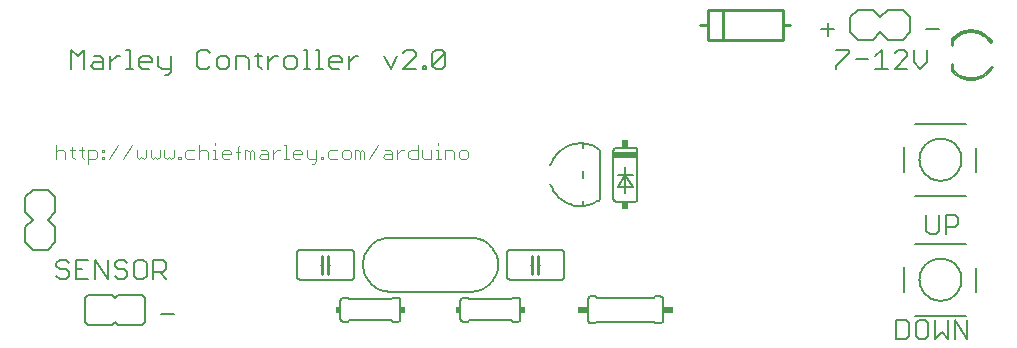
<source format=gto>
G04 This is an RS-274x file exported by *
G04 gerbv version 2.5.0 *
G04 More information is available about gerbv at *
G04 http://gerbv.gpleda.org/ *
G04 --End of header info--*
%MOIN*%
%FSLAX23Y23*%
%IPPOS*%
G04 --Define apertures--*
%ADD10C,0.0060*%
%ADD11C,0.0040*%
%ADD12C,0.0050*%
%ADD13R,0.0150X0.0200*%
%ADD14R,0.0800X0.0200*%
%ADD15R,0.0200X0.0250*%
%ADD16C,0.0080*%
%ADD17C,0.0100*%
%ADD18C,0.0010*%
%ADD19R,0.0340X0.0240*%
G04 --Start main section--*
G54D10*
G01X00440Y00334D02*
G01X00440Y00414D01*
G01X00440Y00414D02*
G01X00450Y00424D01*
G01X00450Y00424D02*
G01X00530Y00424D01*
G01X00530Y00424D02*
G01X00540Y00414D01*
G01X00540Y00414D02*
G01X00550Y00424D01*
G01X00550Y00424D02*
G01X00630Y00424D01*
G01X00630Y00424D02*
G01X00640Y00414D01*
G01X00640Y00414D02*
G01X00640Y00334D01*
G01X00640Y00334D02*
G01X00630Y00324D01*
G01X00630Y00324D02*
G01X00550Y00324D01*
G01X00550Y00324D02*
G01X00540Y00334D01*
G01X00540Y00334D02*
G01X00530Y00324D01*
G01X00530Y00324D02*
G01X00450Y00324D01*
G01X00450Y00324D02*
G01X00440Y00334D01*
G01X00450Y00477D02*
G01X00408Y00477D01*
G01X00408Y00477D02*
G01X00408Y00541D01*
G01X00408Y00541D02*
G01X00450Y00541D01*
G01X00472Y00541D02*
G01X00515Y00477D01*
G01X00515Y00477D02*
G01X00515Y00541D01*
G01X00537Y00531D02*
G01X00537Y00520D01*
G01X00537Y00520D02*
G01X00547Y00509D01*
G01X00547Y00509D02*
G01X00569Y00509D01*
G01X00569Y00509D02*
G01X00579Y00499D01*
G01X00579Y00499D02*
G01X00579Y00488D01*
G01X00579Y00488D02*
G01X00569Y00477D01*
G01X00569Y00477D02*
G01X00547Y00477D01*
G01X00547Y00477D02*
G01X00537Y00488D01*
G01X00537Y00531D02*
G01X00547Y00541D01*
G01X00547Y00541D02*
G01X00569Y00541D01*
G01X00569Y00541D02*
G01X00579Y00531D01*
G01X00601Y00531D02*
G01X00601Y00488D01*
G01X00601Y00488D02*
G01X00612Y00477D01*
G01X00612Y00477D02*
G01X00633Y00477D01*
G01X00633Y00477D02*
G01X00644Y00488D01*
G01X00644Y00488D02*
G01X00644Y00531D01*
G01X00644Y00531D02*
G01X00633Y00541D01*
G01X00633Y00541D02*
G01X00612Y00541D01*
G01X00612Y00541D02*
G01X00601Y00531D01*
G01X00666Y00541D02*
G01X00698Y00541D01*
G01X00698Y00541D02*
G01X00708Y00531D01*
G01X00708Y00531D02*
G01X00708Y00509D01*
G01X00708Y00509D02*
G01X00698Y00499D01*
G01X00698Y00499D02*
G01X00666Y00499D01*
G01X00666Y00477D02*
G01X00666Y00541D01*
G01X00687Y00499D02*
G01X00708Y00477D01*
G01X00693Y00359D02*
G01X00736Y00359D01*
G01X00472Y00477D02*
G01X00472Y00541D01*
G01X00429Y00509D02*
G01X00408Y00509D01*
G01X00386Y00499D02*
G01X00386Y00488D01*
G01X00386Y00488D02*
G01X00375Y00477D01*
G01X00375Y00477D02*
G01X00354Y00477D01*
G01X00354Y00477D02*
G01X00343Y00488D01*
G01X00354Y00509D02*
G01X00343Y00520D01*
G01X00343Y00520D02*
G01X00343Y00531D01*
G01X00343Y00531D02*
G01X00354Y00541D01*
G01X00354Y00541D02*
G01X00375Y00541D01*
G01X00375Y00541D02*
G01X00386Y00531D01*
G01X00375Y00509D02*
G01X00386Y00499D01*
G01X00375Y00509D02*
G01X00354Y00509D01*
G01X01145Y00484D02*
G01X01145Y00564D01*
G01X01145Y00564D02*
G01X01146Y00566D01*
G01X01146Y00566D02*
G01X01146Y00568D01*
G01X01146Y00568D02*
G01X01147Y00569D01*
G01X01147Y00569D02*
G01X01148Y00571D01*
G01X01148Y00571D02*
G01X01149Y00572D01*
G01X01149Y00572D02*
G01X01150Y00573D01*
G01X01150Y00573D02*
G01X01152Y00574D01*
G01X01152Y00574D02*
G01X01154Y00574D01*
G01X01154Y00574D02*
G01X01155Y00574D01*
G01X01155Y00574D02*
G01X01325Y00574D01*
G01X01325Y00574D02*
G01X01327Y00574D01*
G01X01327Y00574D02*
G01X01329Y00574D01*
G01X01329Y00574D02*
G01X01330Y00573D01*
G01X01330Y00573D02*
G01X01332Y00572D01*
G01X01332Y00572D02*
G01X01333Y00571D01*
G01X01333Y00571D02*
G01X01334Y00569D01*
G01X01334Y00569D02*
G01X01335Y00568D01*
G01X01335Y00568D02*
G01X01335Y00566D01*
G01X01335Y00566D02*
G01X01335Y00564D01*
G01X01335Y00564D02*
G01X01335Y00484D01*
G01X01335Y00484D02*
G01X01335Y00483D01*
G01X01335Y00483D02*
G01X01335Y00481D01*
G01X01335Y00481D02*
G01X01334Y00479D01*
G01X01334Y00479D02*
G01X01333Y00478D01*
G01X01333Y00478D02*
G01X01332Y00477D01*
G01X01332Y00477D02*
G01X01330Y00476D01*
G01X01330Y00476D02*
G01X01329Y00475D01*
G01X01329Y00475D02*
G01X01327Y00474D01*
G01X01327Y00474D02*
G01X01325Y00474D01*
G01X01325Y00474D02*
G01X01155Y00474D01*
G01X01155Y00474D02*
G01X01154Y00474D01*
G01X01154Y00474D02*
G01X01152Y00475D01*
G01X01152Y00475D02*
G01X01150Y00476D01*
G01X01150Y00476D02*
G01X01149Y00477D01*
G01X01149Y00477D02*
G01X01148Y00478D01*
G01X01148Y00478D02*
G01X01147Y00479D01*
G01X01147Y00479D02*
G01X01146Y00481D01*
G01X01146Y00481D02*
G01X01146Y00483D01*
G01X01146Y00483D02*
G01X01145Y00484D01*
G01X01225Y00524D02*
G01X01230Y00524D01*
G01X01250Y00524D02*
G01X01255Y00524D01*
G01X01300Y00414D02*
G01X01315Y00414D01*
G01X01315Y00414D02*
G01X01320Y00409D01*
G01X01320Y00409D02*
G01X01460Y00409D01*
G01X01460Y00409D02*
G01X01465Y00414D01*
G01X01465Y00414D02*
G01X01480Y00414D01*
G01X01480Y00414D02*
G01X01482Y00414D01*
G01X01482Y00414D02*
G01X01484Y00414D01*
G01X01484Y00414D02*
G01X01485Y00413D01*
G01X01485Y00413D02*
G01X01487Y00412D01*
G01X01487Y00412D02*
G01X01488Y00411D01*
G01X01488Y00411D02*
G01X01489Y00409D01*
G01X01489Y00409D02*
G01X01490Y00408D01*
G01X01490Y00408D02*
G01X01490Y00406D01*
G01X01490Y00406D02*
G01X01490Y00404D01*
G01X01490Y00404D02*
G01X01490Y00344D01*
G01X01490Y00344D02*
G01X01490Y00343D01*
G01X01490Y00343D02*
G01X01490Y00341D01*
G01X01490Y00341D02*
G01X01489Y00339D01*
G01X01489Y00339D02*
G01X01488Y00338D01*
G01X01488Y00338D02*
G01X01487Y00337D01*
G01X01487Y00337D02*
G01X01485Y00336D01*
G01X01485Y00336D02*
G01X01484Y00335D01*
G01X01484Y00335D02*
G01X01482Y00334D01*
G01X01482Y00334D02*
G01X01480Y00334D01*
G01X01480Y00334D02*
G01X01465Y00334D01*
G01X01465Y00334D02*
G01X01460Y00339D01*
G01X01460Y00339D02*
G01X01320Y00339D01*
G01X01320Y00339D02*
G01X01315Y00334D01*
G01X01315Y00334D02*
G01X01300Y00334D01*
G01X01300Y00334D02*
G01X01299Y00334D01*
G01X01299Y00334D02*
G01X01297Y00335D01*
G01X01297Y00335D02*
G01X01295Y00336D01*
G01X01295Y00336D02*
G01X01294Y00337D01*
G01X01294Y00337D02*
G01X01293Y00338D01*
G01X01293Y00338D02*
G01X01292Y00339D01*
G01X01292Y00339D02*
G01X01291Y00341D01*
G01X01291Y00341D02*
G01X01291Y00343D01*
G01X01291Y00343D02*
G01X01290Y00344D01*
G01X01290Y00344D02*
G01X01290Y00404D01*
G01X01290Y00404D02*
G01X01291Y00406D01*
G01X01291Y00406D02*
G01X01291Y00408D01*
G01X01291Y00408D02*
G01X01292Y00409D01*
G01X01292Y00409D02*
G01X01293Y00411D01*
G01X01293Y00411D02*
G01X01294Y00412D01*
G01X01294Y00412D02*
G01X01295Y00413D01*
G01X01295Y00413D02*
G01X01297Y00414D01*
G01X01297Y00414D02*
G01X01299Y00414D01*
G01X01299Y00414D02*
G01X01300Y00414D01*
G01X01690Y00404D02*
G01X01690Y00344D01*
G01X01690Y00344D02*
G01X01691Y00343D01*
G01X01691Y00343D02*
G01X01691Y00341D01*
G01X01691Y00341D02*
G01X01692Y00339D01*
G01X01692Y00339D02*
G01X01693Y00338D01*
G01X01693Y00338D02*
G01X01694Y00337D01*
G01X01694Y00337D02*
G01X01695Y00336D01*
G01X01695Y00336D02*
G01X01697Y00335D01*
G01X01697Y00335D02*
G01X01699Y00334D01*
G01X01699Y00334D02*
G01X01700Y00334D01*
G01X01700Y00334D02*
G01X01715Y00334D01*
G01X01715Y00334D02*
G01X01720Y00339D01*
G01X01720Y00339D02*
G01X01860Y00339D01*
G01X01860Y00339D02*
G01X01865Y00334D01*
G01X01865Y00334D02*
G01X01880Y00334D01*
G01X01880Y00334D02*
G01X01882Y00334D01*
G01X01882Y00334D02*
G01X01884Y00335D01*
G01X01884Y00335D02*
G01X01885Y00336D01*
G01X01885Y00336D02*
G01X01887Y00337D01*
G01X01887Y00337D02*
G01X01888Y00338D01*
G01X01888Y00338D02*
G01X01889Y00339D01*
G01X01889Y00339D02*
G01X01890Y00341D01*
G01X01890Y00341D02*
G01X01890Y00343D01*
G01X01890Y00343D02*
G01X01890Y00344D01*
G01X01890Y00344D02*
G01X01890Y00404D01*
G01X01890Y00404D02*
G01X01890Y00406D01*
G01X01890Y00406D02*
G01X01890Y00408D01*
G01X01890Y00408D02*
G01X01889Y00409D01*
G01X01889Y00409D02*
G01X01888Y00411D01*
G01X01888Y00411D02*
G01X01887Y00412D01*
G01X01887Y00412D02*
G01X01885Y00413D01*
G01X01885Y00413D02*
G01X01884Y00414D01*
G01X01884Y00414D02*
G01X01882Y00414D01*
G01X01882Y00414D02*
G01X01880Y00414D01*
G01X01880Y00414D02*
G01X01865Y00414D01*
G01X01865Y00414D02*
G01X01860Y00409D01*
G01X01860Y00409D02*
G01X01720Y00409D01*
G01X01720Y00409D02*
G01X01715Y00414D01*
G01X01715Y00414D02*
G01X01700Y00414D01*
G01X01700Y00414D02*
G01X01699Y00414D01*
G01X01699Y00414D02*
G01X01697Y00414D01*
G01X01697Y00414D02*
G01X01695Y00413D01*
G01X01695Y00413D02*
G01X01694Y00412D01*
G01X01694Y00412D02*
G01X01693Y00411D01*
G01X01693Y00411D02*
G01X01692Y00409D01*
G01X01692Y00409D02*
G01X01691Y00408D01*
G01X01691Y00408D02*
G01X01691Y00406D01*
G01X01691Y00406D02*
G01X01690Y00404D01*
G01X01845Y00484D02*
G01X01845Y00564D01*
G01X01845Y00564D02*
G01X01846Y00566D01*
G01X01846Y00566D02*
G01X01846Y00568D01*
G01X01846Y00568D02*
G01X01847Y00569D01*
G01X01847Y00569D02*
G01X01848Y00571D01*
G01X01848Y00571D02*
G01X01849Y00572D01*
G01X01849Y00572D02*
G01X01850Y00573D01*
G01X01850Y00573D02*
G01X01852Y00574D01*
G01X01852Y00574D02*
G01X01854Y00574D01*
G01X01854Y00574D02*
G01X01855Y00574D01*
G01X01855Y00574D02*
G01X02025Y00574D01*
G01X02025Y00574D02*
G01X02027Y00574D01*
G01X02027Y00574D02*
G01X02029Y00574D01*
G01X02029Y00574D02*
G01X02030Y00573D01*
G01X02030Y00573D02*
G01X02032Y00572D01*
G01X02032Y00572D02*
G01X02033Y00571D01*
G01X02033Y00571D02*
G01X02034Y00569D01*
G01X02034Y00569D02*
G01X02035Y00568D01*
G01X02035Y00568D02*
G01X02035Y00566D01*
G01X02035Y00566D02*
G01X02035Y00564D01*
G01X02035Y00564D02*
G01X02035Y00484D01*
G01X02035Y00484D02*
G01X02035Y00483D01*
G01X02035Y00483D02*
G01X02035Y00481D01*
G01X02035Y00481D02*
G01X02034Y00479D01*
G01X02034Y00479D02*
G01X02033Y00478D01*
G01X02033Y00478D02*
G01X02032Y00477D01*
G01X02032Y00477D02*
G01X02030Y00476D01*
G01X02030Y00476D02*
G01X02029Y00475D01*
G01X02029Y00475D02*
G01X02027Y00474D01*
G01X02027Y00474D02*
G01X02025Y00474D01*
G01X02025Y00474D02*
G01X01855Y00474D01*
G01X01855Y00474D02*
G01X01854Y00474D01*
G01X01854Y00474D02*
G01X01852Y00475D01*
G01X01852Y00475D02*
G01X01850Y00476D01*
G01X01850Y00476D02*
G01X01849Y00477D01*
G01X01849Y00477D02*
G01X01848Y00478D01*
G01X01848Y00478D02*
G01X01847Y00479D01*
G01X01847Y00479D02*
G01X01846Y00481D01*
G01X01846Y00481D02*
G01X01846Y00483D01*
G01X01846Y00483D02*
G01X01845Y00484D01*
G01X01925Y00524D02*
G01X01930Y00524D01*
G01X01950Y00524D02*
G01X01955Y00524D01*
G01X02115Y00409D02*
G01X02115Y00339D01*
G01X02115Y00339D02*
G01X02116Y00338D01*
G01X02116Y00338D02*
G01X02116Y00336D01*
G01X02116Y00336D02*
G01X02117Y00334D01*
G01X02117Y00334D02*
G01X02118Y00333D01*
G01X02118Y00333D02*
G01X02119Y00332D01*
G01X02119Y00332D02*
G01X02120Y00331D01*
G01X02120Y00331D02*
G01X02122Y00330D01*
G01X02122Y00330D02*
G01X02124Y00329D01*
G01X02124Y00329D02*
G01X02125Y00329D01*
G01X02125Y00329D02*
G01X02140Y00329D01*
G01X02140Y00329D02*
G01X02145Y00334D01*
G01X02145Y00334D02*
G01X02335Y00334D01*
G01X02335Y00334D02*
G01X02340Y00329D01*
G01X02340Y00329D02*
G01X02355Y00329D01*
G01X02355Y00329D02*
G01X02357Y00329D01*
G01X02357Y00329D02*
G01X02359Y00330D01*
G01X02359Y00330D02*
G01X02360Y00331D01*
G01X02360Y00331D02*
G01X02362Y00332D01*
G01X02362Y00332D02*
G01X02363Y00333D01*
G01X02363Y00333D02*
G01X02364Y00334D01*
G01X02364Y00334D02*
G01X02365Y00336D01*
G01X02365Y00336D02*
G01X02365Y00338D01*
G01X02365Y00338D02*
G01X02365Y00339D01*
G01X02365Y00339D02*
G01X02365Y00409D01*
G01X02365Y00409D02*
G01X02365Y00411D01*
G01X02365Y00411D02*
G01X02365Y00413D01*
G01X02365Y00413D02*
G01X02364Y00414D01*
G01X02364Y00414D02*
G01X02363Y00416D01*
G01X02363Y00416D02*
G01X02362Y00417D01*
G01X02362Y00417D02*
G01X02360Y00418D01*
G01X02360Y00418D02*
G01X02359Y00419D01*
G01X02359Y00419D02*
G01X02357Y00419D01*
G01X02357Y00419D02*
G01X02355Y00419D01*
G01X02355Y00419D02*
G01X02340Y00419D01*
G01X02340Y00419D02*
G01X02335Y00414D01*
G01X02335Y00414D02*
G01X02145Y00414D01*
G01X02145Y00414D02*
G01X02140Y00419D01*
G01X02140Y00419D02*
G01X02125Y00419D01*
G01X02125Y00419D02*
G01X02124Y00419D01*
G01X02124Y00419D02*
G01X02122Y00419D01*
G01X02122Y00419D02*
G01X02120Y00418D01*
G01X02120Y00418D02*
G01X02119Y00417D01*
G01X02119Y00417D02*
G01X02118Y00416D01*
G01X02118Y00416D02*
G01X02117Y00414D01*
G01X02117Y00414D02*
G01X02116Y00413D01*
G01X02116Y00413D02*
G01X02116Y00411D01*
G01X02116Y00411D02*
G01X02115Y00409D01*
G01X02210Y00734D02*
G01X02270Y00734D01*
G01X02270Y00734D02*
G01X02272Y00734D01*
G01X02272Y00734D02*
G01X02274Y00735D01*
G01X02274Y00735D02*
G01X02275Y00736D01*
G01X02275Y00736D02*
G01X02277Y00737D01*
G01X02277Y00737D02*
G01X02278Y00738D01*
G01X02278Y00738D02*
G01X02279Y00739D01*
G01X02279Y00739D02*
G01X02280Y00741D01*
G01X02280Y00741D02*
G01X02280Y00743D01*
G01X02280Y00743D02*
G01X02280Y00744D01*
G01X02280Y00744D02*
G01X02280Y00904D01*
G01X02280Y00904D02*
G01X02280Y00906D01*
G01X02280Y00906D02*
G01X02280Y00908D01*
G01X02280Y00908D02*
G01X02279Y00909D01*
G01X02279Y00909D02*
G01X02278Y00911D01*
G01X02278Y00911D02*
G01X02277Y00912D01*
G01X02277Y00912D02*
G01X02275Y00913D01*
G01X02275Y00913D02*
G01X02274Y00914D01*
G01X02274Y00914D02*
G01X02272Y00914D01*
G01X02272Y00914D02*
G01X02270Y00914D01*
G01X02270Y00914D02*
G01X02210Y00914D01*
G01X02210Y00914D02*
G01X02209Y00914D01*
G01X02209Y00914D02*
G01X02207Y00914D01*
G01X02207Y00914D02*
G01X02205Y00913D01*
G01X02205Y00913D02*
G01X02204Y00912D01*
G01X02204Y00912D02*
G01X02203Y00911D01*
G01X02203Y00911D02*
G01X02202Y00909D01*
G01X02202Y00909D02*
G01X02201Y00908D01*
G01X02201Y00908D02*
G01X02201Y00906D01*
G01X02201Y00906D02*
G01X02200Y00904D01*
G01X02200Y00904D02*
G01X02200Y00744D01*
G01X02200Y00744D02*
G01X02201Y00743D01*
G01X02201Y00743D02*
G01X02201Y00741D01*
G01X02201Y00741D02*
G01X02202Y00739D01*
G01X02202Y00739D02*
G01X02203Y00738D01*
G01X02203Y00738D02*
G01X02204Y00737D01*
G01X02204Y00737D02*
G01X02205Y00736D01*
G01X02205Y00736D02*
G01X02207Y00735D01*
G01X02207Y00735D02*
G01X02209Y00734D01*
G01X02209Y00734D02*
G01X02210Y00734D01*
G01X02240Y00764D02*
G01X02240Y00824D01*
G01X02240Y00824D02*
G01X02215Y00824D01*
G01X02240Y00824D02*
G01X02265Y00824D01*
G01X02240Y00824D02*
G01X02265Y00784D01*
G01X02265Y00784D02*
G01X02215Y00784D01*
G01X02215Y00784D02*
G01X02240Y00824D01*
G01X02240Y00824D02*
G01X02240Y00849D01*
G01X01639Y01188D02*
G01X01628Y01177D01*
G01X01628Y01177D02*
G01X01607Y01177D01*
G01X01607Y01177D02*
G01X01596Y01188D01*
G01X01596Y01188D02*
G01X01639Y01231D01*
G01X01639Y01231D02*
G01X01639Y01188D01*
G01X01596Y01188D02*
G01X01596Y01231D01*
G01X01596Y01231D02*
G01X01607Y01241D01*
G01X01607Y01241D02*
G01X01628Y01241D01*
G01X01628Y01241D02*
G01X01639Y01231D01*
G01X01542Y01231D02*
G01X01542Y01220D01*
G01X01542Y01220D02*
G01X01500Y01177D01*
G01X01500Y01177D02*
G01X01542Y01177D01*
G01X01564Y01177D02*
G01X01575Y01177D01*
G01X01575Y01177D02*
G01X01575Y01188D01*
G01X01575Y01188D02*
G01X01564Y01188D01*
G01X01564Y01188D02*
G01X01564Y01177D01*
G01X01478Y01220D02*
G01X01457Y01177D01*
G01X01457Y01177D02*
G01X01435Y01220D01*
G01X01500Y01231D02*
G01X01510Y01241D01*
G01X01510Y01241D02*
G01X01532Y01241D01*
G01X01532Y01241D02*
G01X01542Y01231D01*
G01X01349Y01220D02*
G01X01338Y01220D01*
G01X01338Y01220D02*
G01X01317Y01199D01*
G01X01317Y01177D02*
G01X01317Y01220D01*
G01X01295Y01209D02*
G01X01295Y01199D01*
G01X01295Y01199D02*
G01X01253Y01199D01*
G01X01253Y01188D02*
G01X01253Y01209D01*
G01X01253Y01209D02*
G01X01263Y01220D01*
G01X01263Y01220D02*
G01X01285Y01220D01*
G01X01285Y01220D02*
G01X01295Y01209D01*
G01X01285Y01177D02*
G01X01263Y01177D01*
G01X01263Y01177D02*
G01X01253Y01188D01*
G01X01231Y01177D02*
G01X01210Y01177D01*
G01X01220Y01177D02*
G01X01220Y01241D01*
G01X01220Y01241D02*
G01X01210Y01241D01*
G01X01177Y01241D02*
G01X01177Y01177D01*
G01X01188Y01177D02*
G01X01167Y01177D01*
G01X01145Y01188D02*
G01X01145Y01209D01*
G01X01145Y01209D02*
G01X01134Y01220D01*
G01X01134Y01220D02*
G01X01113Y01220D01*
G01X01113Y01220D02*
G01X01102Y01209D01*
G01X01102Y01209D02*
G01X01102Y01188D01*
G01X01102Y01188D02*
G01X01113Y01177D01*
G01X01113Y01177D02*
G01X01134Y01177D01*
G01X01134Y01177D02*
G01X01145Y01188D01*
G01X01167Y01241D02*
G01X01177Y01241D01*
G01X01081Y01220D02*
G01X01070Y01220D01*
G01X01070Y01220D02*
G01X01049Y01199D01*
G01X01049Y01177D02*
G01X01049Y01220D01*
G01X01027Y01220D02*
G01X01006Y01220D01*
G01X01016Y01231D02*
G01X01016Y01188D01*
G01X01016Y01188D02*
G01X01027Y01177D01*
G01X00984Y01177D02*
G01X00984Y01209D01*
G01X00984Y01209D02*
G01X00973Y01220D01*
G01X00973Y01220D02*
G01X00941Y01220D01*
G01X00941Y01220D02*
G01X00941Y01177D01*
G01X00919Y01188D02*
G01X00919Y01209D01*
G01X00919Y01209D02*
G01X00909Y01220D01*
G01X00909Y01220D02*
G01X00887Y01220D01*
G01X00887Y01220D02*
G01X00877Y01209D01*
G01X00877Y01209D02*
G01X00877Y01188D01*
G01X00877Y01188D02*
G01X00887Y01177D01*
G01X00887Y01177D02*
G01X00909Y01177D01*
G01X00909Y01177D02*
G01X00919Y01188D01*
G01X00855Y01188D02*
G01X00844Y01177D01*
G01X00844Y01177D02*
G01X00823Y01177D01*
G01X00823Y01177D02*
G01X00812Y01188D01*
G01X00812Y01188D02*
G01X00812Y01231D01*
G01X00812Y01231D02*
G01X00823Y01241D01*
G01X00823Y01241D02*
G01X00844Y01241D01*
G01X00844Y01241D02*
G01X00855Y01231D01*
G01X00726Y01220D02*
G01X00726Y01167D01*
G01X00726Y01167D02*
G01X00715Y01156D01*
G01X00715Y01156D02*
G01X00705Y01156D01*
G01X00694Y01177D02*
G01X00726Y01177D01*
G01X00694Y01177D02*
G01X00683Y01188D01*
G01X00683Y01188D02*
G01X00683Y01220D01*
G01X00662Y01209D02*
G01X00662Y01199D01*
G01X00662Y01199D02*
G01X00619Y01199D01*
G01X00619Y01188D02*
G01X00619Y01209D01*
G01X00619Y01209D02*
G01X00630Y01220D01*
G01X00630Y01220D02*
G01X00651Y01220D01*
G01X00651Y01220D02*
G01X00662Y01209D01*
G01X00651Y01177D02*
G01X00630Y01177D01*
G01X00630Y01177D02*
G01X00619Y01188D01*
G01X00597Y01177D02*
G01X00576Y01177D01*
G01X00587Y01177D02*
G01X00587Y01241D01*
G01X00587Y01241D02*
G01X00576Y01241D01*
G01X00554Y01220D02*
G01X00544Y01220D01*
G01X00544Y01220D02*
G01X00522Y01199D01*
G01X00522Y01177D02*
G01X00522Y01220D01*
G01X00500Y01209D02*
G01X00500Y01177D01*
G01X00500Y01177D02*
G01X00468Y01177D01*
G01X00468Y01177D02*
G01X00458Y01188D01*
G01X00458Y01188D02*
G01X00468Y01199D01*
G01X00468Y01199D02*
G01X00500Y01199D01*
G01X00500Y01209D02*
G01X00490Y01220D01*
G01X00490Y01220D02*
G01X00468Y01220D01*
G01X00436Y01241D02*
G01X00436Y01177D01*
G01X00393Y01177D02*
G01X00393Y01241D01*
G01X00393Y01241D02*
G01X00415Y01220D01*
G01X00415Y01220D02*
G01X00436Y01241D01*
G01X02893Y01309D02*
G01X02936Y01309D01*
G01X02915Y01288D02*
G01X02915Y01331D01*
G01X02943Y01241D02*
G01X02986Y01241D01*
G01X02986Y01241D02*
G01X02986Y01231D01*
G01X02986Y01231D02*
G01X02943Y01188D01*
G01X02943Y01188D02*
G01X02943Y01177D01*
G01X03008Y01209D02*
G01X03050Y01209D01*
G01X03072Y01220D02*
G01X03094Y01241D01*
G01X03094Y01241D02*
G01X03094Y01177D01*
G01X03072Y01177D02*
G01X03115Y01177D01*
G01X03137Y01177D02*
G01X03179Y01220D01*
G01X03179Y01220D02*
G01X03179Y01231D01*
G01X03179Y01231D02*
G01X03169Y01241D01*
G01X03169Y01241D02*
G01X03147Y01241D01*
G01X03147Y01241D02*
G01X03137Y01231D01*
G01X03201Y01241D02*
G01X03201Y01199D01*
G01X03201Y01199D02*
G01X03222Y01177D01*
G01X03222Y01177D02*
G01X03244Y01199D01*
G01X03244Y01199D02*
G01X03244Y01241D01*
G01X03179Y01177D02*
G01X03137Y01177D01*
G01X03243Y01309D02*
G01X03286Y01309D01*
G01X03286Y00691D02*
G01X03286Y00638D01*
G01X03286Y00638D02*
G01X03275Y00627D01*
G01X03275Y00627D02*
G01X03254Y00627D01*
G01X03254Y00627D02*
G01X03243Y00638D01*
G01X03243Y00638D02*
G01X03243Y00691D01*
G01X03308Y00691D02*
G01X03340Y00691D01*
G01X03340Y00691D02*
G01X03350Y00681D01*
G01X03350Y00681D02*
G01X03350Y00659D01*
G01X03350Y00659D02*
G01X03340Y00649D01*
G01X03340Y00649D02*
G01X03308Y00649D01*
G01X03308Y00627D02*
G01X03308Y00691D01*
G01X03315Y00341D02*
G01X03315Y00277D01*
G01X03315Y00277D02*
G01X03294Y00299D01*
G01X03294Y00299D02*
G01X03272Y00277D01*
G01X03272Y00277D02*
G01X03272Y00341D01*
G01X03250Y00331D02*
G01X03240Y00341D01*
G01X03240Y00341D02*
G01X03218Y00341D01*
G01X03218Y00341D02*
G01X03208Y00331D01*
G01X03208Y00331D02*
G01X03208Y00288D01*
G01X03208Y00288D02*
G01X03218Y00277D01*
G01X03218Y00277D02*
G01X03240Y00277D01*
G01X03240Y00277D02*
G01X03250Y00288D01*
G01X03250Y00288D02*
G01X03250Y00331D01*
G01X03186Y00331D02*
G01X03186Y00288D01*
G01X03186Y00288D02*
G01X03175Y00277D01*
G01X03175Y00277D02*
G01X03143Y00277D01*
G01X03143Y00277D02*
G01X03143Y00341D01*
G01X03143Y00341D02*
G01X03175Y00341D01*
G01X03175Y00341D02*
G01X03186Y00331D01*
G01X03337Y00341D02*
G01X03337Y00277D01*
G01X03379Y00277D02*
G01X03379Y00341D01*
G01X03337Y00341D02*
G01X03379Y00277D01*
G54D11*
G01X01716Y00884D02*
G01X01716Y00899D01*
G01X01716Y00899D02*
G01X01708Y00907D01*
G01X01708Y00907D02*
G01X01693Y00907D01*
G01X01693Y00907D02*
G01X01685Y00899D01*
G01X01685Y00899D02*
G01X01685Y00884D01*
G01X01685Y00884D02*
G01X01693Y00876D01*
G01X01693Y00876D02*
G01X01708Y00876D01*
G01X01708Y00876D02*
G01X01716Y00884D01*
G01X01670Y00876D02*
G01X01670Y00899D01*
G01X01670Y00899D02*
G01X01662Y00907D01*
G01X01662Y00907D02*
G01X01639Y00907D01*
G01X01639Y00907D02*
G01X01639Y00876D01*
G01X01624Y00876D02*
G01X01608Y00876D01*
G01X01616Y00876D02*
G01X01616Y00907D01*
G01X01616Y00907D02*
G01X01608Y00907D01*
G01X01593Y00907D02*
G01X01593Y00876D01*
G01X01593Y00876D02*
G01X01570Y00876D01*
G01X01570Y00876D02*
G01X01562Y00884D01*
G01X01562Y00884D02*
G01X01562Y00907D01*
G01X01547Y00907D02*
G01X01524Y00907D01*
G01X01524Y00907D02*
G01X01516Y00899D01*
G01X01516Y00899D02*
G01X01516Y00884D01*
G01X01516Y00884D02*
G01X01524Y00876D01*
G01X01524Y00876D02*
G01X01547Y00876D01*
G01X01547Y00876D02*
G01X01547Y00922D01*
G01X01501Y00907D02*
G01X01493Y00907D01*
G01X01493Y00907D02*
G01X01478Y00892D01*
G01X01478Y00876D02*
G01X01478Y00907D01*
G01X01462Y00899D02*
G01X01462Y00876D01*
G01X01462Y00876D02*
G01X01439Y00876D01*
G01X01439Y00876D02*
G01X01432Y00884D01*
G01X01432Y00884D02*
G01X01439Y00892D01*
G01X01439Y00892D02*
G01X01462Y00892D01*
G01X01462Y00899D02*
G01X01455Y00907D01*
G01X01455Y00907D02*
G01X01439Y00907D01*
G01X01416Y00922D02*
G01X01386Y00876D01*
G01X01370Y00876D02*
G01X01370Y00899D01*
G01X01370Y00899D02*
G01X01363Y00907D01*
G01X01363Y00907D02*
G01X01355Y00899D01*
G01X01355Y00899D02*
G01X01355Y00876D01*
G01X01340Y00876D02*
G01X01340Y00907D01*
G01X01340Y00907D02*
G01X01347Y00907D01*
G01X01347Y00907D02*
G01X01355Y00899D01*
G01X01324Y00899D02*
G01X01324Y00884D01*
G01X01324Y00884D02*
G01X01317Y00876D01*
G01X01317Y00876D02*
G01X01301Y00876D01*
G01X01301Y00876D02*
G01X01294Y00884D01*
G01X01294Y00884D02*
G01X01294Y00899D01*
G01X01294Y00899D02*
G01X01301Y00907D01*
G01X01301Y00907D02*
G01X01317Y00907D01*
G01X01317Y00907D02*
G01X01324Y00899D01*
G01X01278Y00907D02*
G01X01255Y00907D01*
G01X01255Y00907D02*
G01X01248Y00899D01*
G01X01248Y00899D02*
G01X01248Y00884D01*
G01X01248Y00884D02*
G01X01255Y00876D01*
G01X01255Y00876D02*
G01X01278Y00876D01*
G01X01232Y00876D02*
G01X01225Y00876D01*
G01X01225Y00876D02*
G01X01225Y00884D01*
G01X01225Y00884D02*
G01X01232Y00884D01*
G01X01232Y00884D02*
G01X01232Y00876D01*
G01X01209Y00876D02*
G01X01186Y00876D01*
G01X01186Y00876D02*
G01X01179Y00884D01*
G01X01179Y00884D02*
G01X01179Y00907D01*
G01X01163Y00899D02*
G01X01156Y00907D01*
G01X01156Y00907D02*
G01X01140Y00907D01*
G01X01140Y00907D02*
G01X01133Y00899D01*
G01X01133Y00899D02*
G01X01133Y00884D01*
G01X01133Y00884D02*
G01X01140Y00876D01*
G01X01140Y00876D02*
G01X01156Y00876D01*
G01X01163Y00892D02*
G01X01133Y00892D01*
G01X01117Y00876D02*
G01X01102Y00876D01*
G01X01110Y00876D02*
G01X01110Y00922D01*
G01X01110Y00922D02*
G01X01102Y00922D01*
G01X01087Y00907D02*
G01X01079Y00907D01*
G01X01079Y00907D02*
G01X01064Y00892D01*
G01X01064Y00876D02*
G01X01064Y00907D01*
G01X01048Y00899D02*
G01X01048Y00876D01*
G01X01048Y00876D02*
G01X01025Y00876D01*
G01X01025Y00876D02*
G01X01017Y00884D01*
G01X01017Y00884D02*
G01X01025Y00892D01*
G01X01025Y00892D02*
G01X01048Y00892D01*
G01X01048Y00899D02*
G01X01041Y00907D01*
G01X01041Y00907D02*
G01X01025Y00907D01*
G01X01002Y00899D02*
G01X01002Y00876D01*
G01X00987Y00876D02*
G01X00987Y00899D01*
G01X00987Y00899D02*
G01X00994Y00907D01*
G01X00994Y00907D02*
G01X01002Y00899D01*
G01X00987Y00899D02*
G01X00979Y00907D01*
G01X00979Y00907D02*
G01X00971Y00907D01*
G01X00971Y00907D02*
G01X00971Y00876D01*
G01X00948Y00876D02*
G01X00948Y00915D01*
G01X00948Y00915D02*
G01X00956Y00922D01*
G01X00956Y00899D02*
G01X00941Y00899D01*
G01X00925Y00899D02*
G01X00925Y00892D01*
G01X00925Y00892D02*
G01X00895Y00892D01*
G01X00895Y00884D02*
G01X00895Y00899D01*
G01X00895Y00899D02*
G01X00902Y00907D01*
G01X00902Y00907D02*
G01X00918Y00907D01*
G01X00918Y00907D02*
G01X00925Y00899D01*
G01X00918Y00876D02*
G01X00902Y00876D01*
G01X00902Y00876D02*
G01X00895Y00884D01*
G01X00879Y00876D02*
G01X00864Y00876D01*
G01X00872Y00876D02*
G01X00872Y00907D01*
G01X00872Y00907D02*
G01X00864Y00907D01*
G01X00872Y00922D02*
G01X00872Y00930D01*
G01X00841Y00907D02*
G01X00849Y00899D01*
G01X00849Y00899D02*
G01X00849Y00876D01*
G01X00818Y00876D02*
G01X00818Y00922D01*
G01X00826Y00907D02*
G01X00841Y00907D01*
G01X00826Y00907D02*
G01X00818Y00899D01*
G01X00803Y00907D02*
G01X00780Y00907D01*
G01X00780Y00907D02*
G01X00772Y00899D01*
G01X00772Y00899D02*
G01X00772Y00884D01*
G01X00772Y00884D02*
G01X00780Y00876D01*
G01X00780Y00876D02*
G01X00803Y00876D01*
G01X00757Y00876D02*
G01X00749Y00876D01*
G01X00749Y00876D02*
G01X00749Y00884D01*
G01X00749Y00884D02*
G01X00757Y00884D01*
G01X00757Y00884D02*
G01X00757Y00876D01*
G01X00734Y00884D02*
G01X00734Y00907D01*
G01X00703Y00907D02*
G01X00703Y00884D01*
G01X00703Y00884D02*
G01X00711Y00876D01*
G01X00711Y00876D02*
G01X00718Y00884D01*
G01X00718Y00884D02*
G01X00726Y00876D01*
G01X00726Y00876D02*
G01X00734Y00884D01*
G01X00688Y00884D02*
G01X00688Y00907D01*
G01X00657Y00907D02*
G01X00657Y00884D01*
G01X00657Y00884D02*
G01X00665Y00876D01*
G01X00665Y00876D02*
G01X00672Y00884D01*
G01X00672Y00884D02*
G01X00680Y00876D01*
G01X00680Y00876D02*
G01X00688Y00884D01*
G01X00642Y00884D02*
G01X00642Y00907D01*
G01X00611Y00907D02*
G01X00611Y00884D01*
G01X00611Y00884D02*
G01X00619Y00876D01*
G01X00619Y00876D02*
G01X00626Y00884D01*
G01X00626Y00884D02*
G01X00634Y00876D01*
G01X00634Y00876D02*
G01X00642Y00884D01*
G01X00596Y00922D02*
G01X00565Y00876D01*
G01X00519Y00876D02*
G01X00549Y00922D01*
G01X00503Y00907D02*
G01X00503Y00899D01*
G01X00503Y00899D02*
G01X00496Y00899D01*
G01X00496Y00899D02*
G01X00496Y00907D01*
G01X00496Y00907D02*
G01X00503Y00907D01*
G01X00480Y00899D02*
G01X00480Y00884D01*
G01X00480Y00884D02*
G01X00473Y00876D01*
G01X00473Y00876D02*
G01X00450Y00876D01*
G01X00450Y00861D02*
G01X00450Y00907D01*
G01X00450Y00907D02*
G01X00473Y00907D01*
G01X00473Y00907D02*
G01X00480Y00899D01*
G01X00496Y00884D02*
G01X00496Y00876D01*
G01X00496Y00876D02*
G01X00503Y00876D01*
G01X00503Y00876D02*
G01X00503Y00884D01*
G01X00503Y00884D02*
G01X00496Y00884D01*
G01X00434Y00876D02*
G01X00427Y00884D01*
G01X00427Y00884D02*
G01X00427Y00915D01*
G01X00419Y00907D02*
G01X00434Y00907D01*
G01X00404Y00907D02*
G01X00388Y00907D01*
G01X00396Y00915D02*
G01X00396Y00884D01*
G01X00396Y00884D02*
G01X00404Y00876D01*
G01X00373Y00876D02*
G01X00373Y00899D01*
G01X00373Y00899D02*
G01X00365Y00907D01*
G01X00365Y00907D02*
G01X00350Y00907D01*
G01X00350Y00907D02*
G01X00342Y00899D01*
G01X00342Y00922D02*
G01X00342Y00876D01*
G01X01163Y00892D02*
G01X01163Y00899D01*
G01X01209Y00907D02*
G01X01209Y00869D01*
G01X01209Y00869D02*
G01X01202Y00861D01*
G01X01202Y00861D02*
G01X01194Y00861D01*
G01X01616Y00922D02*
G01X01616Y00930D01*
G54D12*
G01X01990Y00855D02*
G01X01992Y00861D01*
G01X01992Y00861D02*
G01X01994Y00867D01*
G01X01994Y00867D02*
G01X01997Y00873D01*
G01X01997Y00873D02*
G01X02000Y00878D01*
G01X02000Y00878D02*
G01X02004Y00884D01*
G01X02004Y00884D02*
G01X02007Y00889D01*
G01X02007Y00889D02*
G01X02012Y00894D01*
G01X02012Y00894D02*
G01X02016Y00898D01*
G01X02016Y00898D02*
G01X02021Y00903D01*
G01X02021Y00903D02*
G01X02026Y00907D01*
G01X02026Y00907D02*
G01X02031Y00911D01*
G01X02031Y00911D02*
G01X02036Y00914D01*
G01X02036Y00914D02*
G01X02042Y00917D01*
G01X02042Y00917D02*
G01X02047Y00920D01*
G01X02047Y00920D02*
G01X02053Y00922D01*
G01X02053Y00922D02*
G01X02059Y00924D01*
G01X02059Y00924D02*
G01X02065Y00926D01*
G01X02065Y00926D02*
G01X02071Y00928D01*
G01X02071Y00928D02*
G01X02078Y00928D01*
G01X02078Y00928D02*
G01X02084Y00929D01*
G01X02084Y00929D02*
G01X02090Y00929D01*
G01X02090Y00929D02*
G01X02097Y00929D01*
G01X02097Y00929D02*
G01X02103Y00928D01*
G01X02103Y00928D02*
G01X02109Y00928D01*
G01X02109Y00928D02*
G01X02116Y00926D01*
G01X02116Y00926D02*
G01X02122Y00924D01*
G01X02122Y00924D02*
G01X02128Y00922D01*
G01X02128Y00922D02*
G01X02134Y00920D01*
G01X02134Y00920D02*
G01X02139Y00917D01*
G01X02139Y00917D02*
G01X02145Y00914D01*
G01X02145Y00914D02*
G01X02150Y00910D01*
G01X02150Y00910D02*
G01X02155Y00907D01*
G01X02155Y00907D02*
G01X02155Y00742D01*
G01X02100Y00736D02*
G01X02100Y00720D01*
G01X02100Y00813D02*
G01X02100Y00836D01*
G01X02155Y00742D02*
G01X02151Y00738D01*
G01X02151Y00738D02*
G01X02146Y00735D01*
G01X02146Y00735D02*
G01X02140Y00732D01*
G01X02140Y00732D02*
G01X02135Y00729D01*
G01X02135Y00729D02*
G01X02129Y00727D01*
G01X02129Y00727D02*
G01X02124Y00725D01*
G01X02124Y00725D02*
G01X02118Y00723D01*
G01X02118Y00723D02*
G01X02112Y00722D01*
G01X02112Y00722D02*
G01X02106Y00720D01*
G01X02106Y00720D02*
G01X02100Y00720D01*
G01X02100Y00720D02*
G01X02094Y00719D01*
G01X02094Y00719D02*
G01X02088Y00719D01*
G01X02088Y00719D02*
G01X02082Y00720D01*
G01X02082Y00720D02*
G01X02075Y00720D01*
G01X02075Y00720D02*
G01X02069Y00721D01*
G01X02069Y00721D02*
G01X02063Y00723D01*
G01X02063Y00723D02*
G01X02057Y00725D01*
G01X02057Y00725D02*
G01X02051Y00727D01*
G01X02051Y00727D02*
G01X02046Y00729D01*
G01X02046Y00729D02*
G01X02040Y00732D01*
G01X02040Y00732D02*
G01X02035Y00735D01*
G01X02035Y00735D02*
G01X02030Y00739D01*
G01X02030Y00739D02*
G01X02025Y00742D01*
G01X02025Y00742D02*
G01X02020Y00746D01*
G01X02020Y00746D02*
G01X02015Y00751D01*
G01X02015Y00751D02*
G01X02011Y00755D01*
G01X02011Y00755D02*
G01X02007Y00760D01*
G01X02007Y00760D02*
G01X02003Y00765D01*
G01X02003Y00765D02*
G01X02000Y00771D01*
G01X02000Y00771D02*
G01X01997Y00776D01*
G01X01997Y00776D02*
G01X01994Y00782D01*
G01X01994Y00782D02*
G01X01992Y00787D01*
G01X01992Y00787D02*
G01X01990Y00793D01*
G01X02100Y00913D02*
G01X02100Y00929D01*
G54D13*
G01X01898Y00374D03*
G01X01683Y00374D03*
G01X01498Y00374D03*
G01X01283Y00374D03*
G54D14*
G01X02240Y00889D03*
G54D15*
G01X02240Y00927D03*
G01X02240Y00722D03*
G54D16*
G01X00265Y00574D02*
G01X00240Y00599D01*
G01X00240Y00599D02*
G01X00240Y00649D01*
G01X00240Y00649D02*
G01X00265Y00674D01*
G01X00265Y00674D02*
G01X00240Y00699D01*
G01X00240Y00699D02*
G01X00240Y00749D01*
G01X00240Y00749D02*
G01X00265Y00774D01*
G01X00265Y00774D02*
G01X00315Y00774D01*
G01X00315Y00774D02*
G01X00340Y00749D01*
G01X00340Y00749D02*
G01X00340Y00699D01*
G01X00340Y00699D02*
G01X00315Y00674D01*
G01X00315Y00674D02*
G01X00340Y00649D01*
G01X00340Y00649D02*
G01X00340Y00599D01*
G01X00340Y00599D02*
G01X00315Y00574D01*
G01X00315Y00574D02*
G01X00265Y00574D01*
G01X01455Y00614D02*
G01X01725Y00614D01*
G01X01725Y00614D02*
G01X01731Y00614D01*
G01X01731Y00614D02*
G01X01737Y00613D01*
G01X01737Y00613D02*
G01X01743Y00613D01*
G01X01743Y00613D02*
G01X01749Y00611D01*
G01X01749Y00611D02*
G01X01754Y00609D01*
G01X01754Y00609D02*
G01X01760Y00607D01*
G01X01760Y00607D02*
G01X01765Y00605D01*
G01X01765Y00605D02*
G01X01770Y00602D01*
G01X01770Y00602D02*
G01X01775Y00599D01*
G01X01775Y00599D02*
G01X01780Y00596D01*
G01X01780Y00596D02*
G01X01785Y00592D01*
G01X01785Y00592D02*
G01X01789Y00588D01*
G01X01789Y00588D02*
G01X01793Y00584D01*
G01X01793Y00584D02*
G01X01797Y00579D01*
G01X01797Y00579D02*
G01X01800Y00574D01*
G01X01800Y00574D02*
G01X01803Y00569D01*
G01X01803Y00569D02*
G01X01806Y00564D01*
G01X01806Y00564D02*
G01X01808Y00559D01*
G01X01808Y00559D02*
G01X01811Y00553D01*
G01X01811Y00553D02*
G01X01812Y00548D01*
G01X01812Y00548D02*
G01X01814Y00542D01*
G01X01814Y00542D02*
G01X01815Y00536D01*
G01X01815Y00536D02*
G01X01815Y00530D01*
G01X01815Y00530D02*
G01X01815Y00524D01*
G01X01815Y00524D02*
G01X01815Y00518D01*
G01X01815Y00518D02*
G01X01815Y00513D01*
G01X01815Y00513D02*
G01X01814Y00507D01*
G01X01814Y00507D02*
G01X01812Y00501D01*
G01X01812Y00501D02*
G01X01811Y00495D01*
G01X01811Y00495D02*
G01X01808Y00490D01*
G01X01808Y00490D02*
G01X01806Y00484D01*
G01X01806Y00484D02*
G01X01803Y00479D01*
G01X01803Y00479D02*
G01X01800Y00474D01*
G01X01800Y00474D02*
G01X01797Y00469D01*
G01X01797Y00469D02*
G01X01793Y00465D01*
G01X01793Y00465D02*
G01X01789Y00461D01*
G01X01789Y00461D02*
G01X01785Y00457D01*
G01X01785Y00457D02*
G01X01780Y00453D01*
G01X01780Y00453D02*
G01X01775Y00449D01*
G01X01775Y00449D02*
G01X01770Y00446D01*
G01X01770Y00446D02*
G01X01765Y00444D01*
G01X01765Y00444D02*
G01X01760Y00441D01*
G01X01760Y00441D02*
G01X01754Y00439D01*
G01X01754Y00439D02*
G01X01749Y00437D01*
G01X01749Y00437D02*
G01X01743Y00436D01*
G01X01743Y00436D02*
G01X01737Y00435D01*
G01X01737Y00435D02*
G01X01731Y00434D01*
G01X01731Y00434D02*
G01X01725Y00434D01*
G01X01725Y00434D02*
G01X01455Y00434D01*
G01X01455Y00434D02*
G01X01449Y00434D01*
G01X01449Y00434D02*
G01X01444Y00435D01*
G01X01444Y00435D02*
G01X01438Y00436D01*
G01X01438Y00436D02*
G01X01432Y00437D01*
G01X01432Y00437D02*
G01X01426Y00439D01*
G01X01426Y00439D02*
G01X01421Y00441D01*
G01X01421Y00441D02*
G01X01416Y00444D01*
G01X01416Y00444D02*
G01X01410Y00446D01*
G01X01410Y00446D02*
G01X01405Y00449D01*
G01X01405Y00449D02*
G01X01401Y00453D01*
G01X01401Y00453D02*
G01X01396Y00457D01*
G01X01396Y00457D02*
G01X01392Y00461D01*
G01X01392Y00461D02*
G01X01388Y00465D01*
G01X01388Y00465D02*
G01X01384Y00469D01*
G01X01384Y00469D02*
G01X01381Y00474D01*
G01X01381Y00474D02*
G01X01377Y00479D01*
G01X01377Y00479D02*
G01X01375Y00484D01*
G01X01375Y00484D02*
G01X01372Y00490D01*
G01X01372Y00490D02*
G01X01370Y00495D01*
G01X01370Y00495D02*
G01X01368Y00501D01*
G01X01368Y00501D02*
G01X01367Y00507D01*
G01X01367Y00507D02*
G01X01366Y00513D01*
G01X01366Y00513D02*
G01X01366Y00518D01*
G01X01366Y00518D02*
G01X01365Y00524D01*
G01X01365Y00524D02*
G01X01366Y00530D01*
G01X01366Y00530D02*
G01X01366Y00536D01*
G01X01366Y00536D02*
G01X01367Y00542D01*
G01X01367Y00542D02*
G01X01368Y00548D01*
G01X01368Y00548D02*
G01X01370Y00553D01*
G01X01370Y00553D02*
G01X01372Y00559D01*
G01X01372Y00559D02*
G01X01375Y00564D01*
G01X01375Y00564D02*
G01X01377Y00569D01*
G01X01377Y00569D02*
G01X01381Y00574D01*
G01X01381Y00574D02*
G01X01384Y00579D01*
G01X01384Y00579D02*
G01X01388Y00584D01*
G01X01388Y00584D02*
G01X01392Y00588D01*
G01X01392Y00588D02*
G01X01396Y00592D01*
G01X01396Y00592D02*
G01X01401Y00596D01*
G01X01401Y00596D02*
G01X01405Y00599D01*
G01X01405Y00599D02*
G01X01410Y00602D01*
G01X01410Y00602D02*
G01X01416Y00605D01*
G01X01416Y00605D02*
G01X01421Y00607D01*
G01X01421Y00607D02*
G01X01426Y00609D01*
G01X01426Y00609D02*
G01X01432Y00611D01*
G01X01432Y00611D02*
G01X01438Y00613D01*
G01X01438Y00613D02*
G01X01444Y00613D01*
G01X01444Y00613D02*
G01X01449Y00614D01*
G01X01449Y00614D02*
G01X01455Y00614D01*
G01X02990Y01299D02*
G01X02990Y01349D01*
G01X02990Y01349D02*
G01X03015Y01374D01*
G01X03015Y01374D02*
G01X03065Y01374D01*
G01X03065Y01374D02*
G01X03090Y01349D01*
G01X03090Y01349D02*
G01X03115Y01374D01*
G01X03115Y01374D02*
G01X03165Y01374D01*
G01X03165Y01374D02*
G01X03190Y01349D01*
G01X03190Y01349D02*
G01X03190Y01299D01*
G01X03190Y01299D02*
G01X03165Y01274D01*
G01X03165Y01274D02*
G01X03115Y01274D01*
G01X03115Y01274D02*
G01X03090Y01299D01*
G01X03090Y01299D02*
G01X03065Y01274D01*
G01X03065Y01274D02*
G01X03015Y01274D01*
G01X03015Y01274D02*
G01X02990Y01299D01*
G01X03205Y00994D02*
G01X03375Y00994D01*
G01X03410Y00914D02*
G01X03410Y00834D01*
G01X03220Y00874D02*
G01X03221Y00879D01*
G01X03221Y00879D02*
G01X03221Y00885D01*
G01X03221Y00885D02*
G01X03222Y00890D01*
G01X03222Y00890D02*
G01X03223Y00895D01*
G01X03223Y00895D02*
G01X03225Y00900D01*
G01X03225Y00900D02*
G01X03227Y00905D01*
G01X03227Y00905D02*
G01X03230Y00909D01*
G01X03230Y00909D02*
G01X03233Y00914D01*
G01X03233Y00914D02*
G01X03236Y00918D01*
G01X03236Y00918D02*
G01X03239Y00922D01*
G01X03239Y00922D02*
G01X03243Y00926D01*
G01X03243Y00926D02*
G01X03247Y00929D01*
G01X03247Y00929D02*
G01X03251Y00932D01*
G01X03251Y00932D02*
G01X03255Y00935D01*
G01X03255Y00935D02*
G01X03260Y00937D01*
G01X03260Y00937D02*
G01X03265Y00939D01*
G01X03265Y00939D02*
G01X03270Y00941D01*
G01X03270Y00941D02*
G01X03275Y00942D01*
G01X03275Y00942D02*
G01X03280Y00943D01*
G01X03280Y00943D02*
G01X03285Y00944D01*
G01X03285Y00944D02*
G01X03290Y00944D01*
G01X03290Y00944D02*
G01X03296Y00944D01*
G01X03296Y00944D02*
G01X03301Y00943D01*
G01X03301Y00943D02*
G01X03306Y00942D01*
G01X03306Y00942D02*
G01X03311Y00941D01*
G01X03311Y00941D02*
G01X03316Y00939D01*
G01X03316Y00939D02*
G01X03321Y00937D01*
G01X03321Y00937D02*
G01X03325Y00935D01*
G01X03325Y00935D02*
G01X03330Y00932D01*
G01X03330Y00932D02*
G01X03334Y00929D01*
G01X03334Y00929D02*
G01X03338Y00926D01*
G01X03338Y00926D02*
G01X03342Y00922D01*
G01X03342Y00922D02*
G01X03345Y00918D01*
G01X03345Y00918D02*
G01X03348Y00914D01*
G01X03348Y00914D02*
G01X03351Y00909D01*
G01X03351Y00909D02*
G01X03353Y00905D01*
G01X03353Y00905D02*
G01X03356Y00900D01*
G01X03356Y00900D02*
G01X03357Y00895D01*
G01X03357Y00895D02*
G01X03359Y00890D01*
G01X03359Y00890D02*
G01X03360Y00885D01*
G01X03360Y00885D02*
G01X03360Y00879D01*
G01X03360Y00879D02*
G01X03360Y00874D01*
G01X03360Y00874D02*
G01X03360Y00869D01*
G01X03360Y00869D02*
G01X03360Y00864D01*
G01X03360Y00864D02*
G01X03359Y00859D01*
G01X03359Y00859D02*
G01X03357Y00854D01*
G01X03357Y00854D02*
G01X03356Y00849D01*
G01X03356Y00849D02*
G01X03353Y00844D01*
G01X03353Y00844D02*
G01X03351Y00839D01*
G01X03351Y00839D02*
G01X03348Y00835D01*
G01X03348Y00835D02*
G01X03345Y00831D01*
G01X03345Y00831D02*
G01X03342Y00827D01*
G01X03342Y00827D02*
G01X03338Y00823D01*
G01X03338Y00823D02*
G01X03334Y00820D01*
G01X03334Y00820D02*
G01X03330Y00816D01*
G01X03330Y00816D02*
G01X03325Y00814D01*
G01X03325Y00814D02*
G01X03321Y00811D01*
G01X03321Y00811D02*
G01X03316Y00809D01*
G01X03316Y00809D02*
G01X03311Y00807D01*
G01X03311Y00807D02*
G01X03306Y00806D01*
G01X03306Y00806D02*
G01X03301Y00805D01*
G01X03301Y00805D02*
G01X03296Y00804D01*
G01X03296Y00804D02*
G01X03290Y00804D01*
G01X03290Y00804D02*
G01X03285Y00804D01*
G01X03285Y00804D02*
G01X03280Y00805D01*
G01X03280Y00805D02*
G01X03275Y00806D01*
G01X03275Y00806D02*
G01X03270Y00807D01*
G01X03270Y00807D02*
G01X03265Y00809D01*
G01X03265Y00809D02*
G01X03260Y00811D01*
G01X03260Y00811D02*
G01X03255Y00814D01*
G01X03255Y00814D02*
G01X03251Y00816D01*
G01X03251Y00816D02*
G01X03247Y00820D01*
G01X03247Y00820D02*
G01X03243Y00823D01*
G01X03243Y00823D02*
G01X03239Y00827D01*
G01X03239Y00827D02*
G01X03236Y00831D01*
G01X03236Y00831D02*
G01X03233Y00835D01*
G01X03233Y00835D02*
G01X03230Y00839D01*
G01X03230Y00839D02*
G01X03227Y00844D01*
G01X03227Y00844D02*
G01X03225Y00849D01*
G01X03225Y00849D02*
G01X03223Y00854D01*
G01X03223Y00854D02*
G01X03222Y00859D01*
G01X03222Y00859D02*
G01X03221Y00864D01*
G01X03221Y00864D02*
G01X03221Y00869D01*
G01X03221Y00869D02*
G01X03220Y00874D01*
G01X03170Y00834D02*
G01X03170Y00915D01*
G01X03205Y00754D02*
G01X03375Y00754D01*
G01X03375Y00594D02*
G01X03205Y00594D01*
G01X03170Y00515D02*
G01X03170Y00434D01*
G01X03205Y00354D02*
G01X03375Y00354D01*
G01X03410Y00434D02*
G01X03410Y00514D01*
G01X03220Y00474D02*
G01X03221Y00479D01*
G01X03221Y00479D02*
G01X03221Y00485D01*
G01X03221Y00485D02*
G01X03222Y00490D01*
G01X03222Y00490D02*
G01X03223Y00495D01*
G01X03223Y00495D02*
G01X03225Y00500D01*
G01X03225Y00500D02*
G01X03227Y00505D01*
G01X03227Y00505D02*
G01X03230Y00509D01*
G01X03230Y00509D02*
G01X03233Y00514D01*
G01X03233Y00514D02*
G01X03236Y00518D01*
G01X03236Y00518D02*
G01X03239Y00522D01*
G01X03239Y00522D02*
G01X03243Y00526D01*
G01X03243Y00526D02*
G01X03247Y00529D01*
G01X03247Y00529D02*
G01X03251Y00532D01*
G01X03251Y00532D02*
G01X03255Y00535D01*
G01X03255Y00535D02*
G01X03260Y00537D01*
G01X03260Y00537D02*
G01X03265Y00539D01*
G01X03265Y00539D02*
G01X03270Y00541D01*
G01X03270Y00541D02*
G01X03275Y00542D01*
G01X03275Y00542D02*
G01X03280Y00543D01*
G01X03280Y00543D02*
G01X03285Y00544D01*
G01X03285Y00544D02*
G01X03290Y00544D01*
G01X03290Y00544D02*
G01X03296Y00544D01*
G01X03296Y00544D02*
G01X03301Y00543D01*
G01X03301Y00543D02*
G01X03306Y00542D01*
G01X03306Y00542D02*
G01X03311Y00541D01*
G01X03311Y00541D02*
G01X03316Y00539D01*
G01X03316Y00539D02*
G01X03321Y00537D01*
G01X03321Y00537D02*
G01X03325Y00535D01*
G01X03325Y00535D02*
G01X03330Y00532D01*
G01X03330Y00532D02*
G01X03334Y00529D01*
G01X03334Y00529D02*
G01X03338Y00526D01*
G01X03338Y00526D02*
G01X03342Y00522D01*
G01X03342Y00522D02*
G01X03345Y00518D01*
G01X03345Y00518D02*
G01X03348Y00514D01*
G01X03348Y00514D02*
G01X03351Y00509D01*
G01X03351Y00509D02*
G01X03353Y00505D01*
G01X03353Y00505D02*
G01X03356Y00500D01*
G01X03356Y00500D02*
G01X03357Y00495D01*
G01X03357Y00495D02*
G01X03359Y00490D01*
G01X03359Y00490D02*
G01X03360Y00485D01*
G01X03360Y00485D02*
G01X03360Y00479D01*
G01X03360Y00479D02*
G01X03360Y00474D01*
G01X03360Y00474D02*
G01X03360Y00469D01*
G01X03360Y00469D02*
G01X03360Y00464D01*
G01X03360Y00464D02*
G01X03359Y00459D01*
G01X03359Y00459D02*
G01X03357Y00454D01*
G01X03357Y00454D02*
G01X03356Y00449D01*
G01X03356Y00449D02*
G01X03353Y00444D01*
G01X03353Y00444D02*
G01X03351Y00439D01*
G01X03351Y00439D02*
G01X03348Y00435D01*
G01X03348Y00435D02*
G01X03345Y00431D01*
G01X03345Y00431D02*
G01X03342Y00427D01*
G01X03342Y00427D02*
G01X03338Y00423D01*
G01X03338Y00423D02*
G01X03334Y00420D01*
G01X03334Y00420D02*
G01X03330Y00416D01*
G01X03330Y00416D02*
G01X03325Y00414D01*
G01X03325Y00414D02*
G01X03321Y00411D01*
G01X03321Y00411D02*
G01X03316Y00409D01*
G01X03316Y00409D02*
G01X03311Y00407D01*
G01X03311Y00407D02*
G01X03306Y00406D01*
G01X03306Y00406D02*
G01X03301Y00405D01*
G01X03301Y00405D02*
G01X03296Y00404D01*
G01X03296Y00404D02*
G01X03290Y00404D01*
G01X03290Y00404D02*
G01X03285Y00404D01*
G01X03285Y00404D02*
G01X03280Y00405D01*
G01X03280Y00405D02*
G01X03275Y00406D01*
G01X03275Y00406D02*
G01X03270Y00407D01*
G01X03270Y00407D02*
G01X03265Y00409D01*
G01X03265Y00409D02*
G01X03260Y00411D01*
G01X03260Y00411D02*
G01X03255Y00414D01*
G01X03255Y00414D02*
G01X03251Y00416D01*
G01X03251Y00416D02*
G01X03247Y00420D01*
G01X03247Y00420D02*
G01X03243Y00423D01*
G01X03243Y00423D02*
G01X03239Y00427D01*
G01X03239Y00427D02*
G01X03236Y00431D01*
G01X03236Y00431D02*
G01X03233Y00435D01*
G01X03233Y00435D02*
G01X03230Y00439D01*
G01X03230Y00439D02*
G01X03227Y00444D01*
G01X03227Y00444D02*
G01X03225Y00449D01*
G01X03225Y00449D02*
G01X03223Y00454D01*
G01X03223Y00454D02*
G01X03222Y00459D01*
G01X03222Y00459D02*
G01X03221Y00464D01*
G01X03221Y00464D02*
G01X03221Y00469D01*
G01X03221Y00469D02*
G01X03220Y00474D01*
G54D17*
G01X03328Y01173D02*
G01X03328Y01193D01*
G01X03328Y01257D02*
G01X03328Y01275D01*
G01X02790Y01324D02*
G01X02765Y01324D01*
G01X02765Y01324D02*
G01X02765Y01374D01*
G01X02765Y01374D02*
G01X02565Y01374D01*
G01X02565Y01374D02*
G01X02565Y01274D01*
G01X02565Y01274D02*
G01X02765Y01274D01*
G01X02765Y01274D02*
G01X02765Y01324D01*
G01X02565Y01374D02*
G01X02515Y01374D01*
G01X02515Y01374D02*
G01X02515Y01324D01*
G01X02515Y01324D02*
G01X02490Y01324D01*
G01X02515Y01324D02*
G01X02515Y01274D01*
G01X02515Y01274D02*
G01X02565Y01274D01*
G01X01950Y00554D02*
G01X01950Y00524D01*
G01X01950Y00524D02*
G01X01950Y00494D01*
G01X01930Y00494D02*
G01X01930Y00524D01*
G01X01930Y00524D02*
G01X01930Y00554D01*
G01X01250Y00554D02*
G01X01250Y00524D01*
G01X01250Y00524D02*
G01X01250Y00494D01*
G01X01230Y00494D02*
G01X01230Y00524D01*
G01X01230Y00524D02*
G01X01230Y00554D01*
G54D18*
G01X03391Y01140D02*
G01X03391Y01149D01*
G01X03391Y01149D02*
G01X03396Y01149D01*
G01X03396Y01149D02*
G01X03402Y01150D01*
G01X03402Y01150D02*
G01X03407Y01151D01*
G01X03407Y01151D02*
G01X03412Y01152D01*
G01X03412Y01152D02*
G01X03417Y01154D01*
G01X03417Y01154D02*
G01X03422Y01156D01*
G01X03422Y01156D02*
G01X03427Y01158D01*
G01X03427Y01158D02*
G01X03431Y01161D01*
G01X03431Y01161D02*
G01X03436Y01164D01*
G01X03436Y01164D02*
G01X03440Y01167D01*
G01X03440Y01167D02*
G01X03444Y01171D01*
G01X03444Y01171D02*
G01X03448Y01175D01*
G01X03448Y01175D02*
G01X03451Y01179D01*
G01X03451Y01179D02*
G01X03454Y01184D01*
G01X03454Y01184D02*
G01X03457Y01188D01*
G01X03457Y01188D02*
G01X03465Y01184D01*
G01X03465Y01184D02*
G01X03462Y01179D01*
G01X03462Y01179D02*
G01X03459Y01175D01*
G01X03459Y01175D02*
G01X03455Y01170D01*
G01X03455Y01170D02*
G01X03451Y01166D01*
G01X03451Y01166D02*
G01X03447Y01162D01*
G01X03447Y01162D02*
G01X03443Y01158D01*
G01X03443Y01158D02*
G01X03439Y01155D01*
G01X03439Y01155D02*
G01X03434Y01152D01*
G01X03434Y01152D02*
G01X03429Y01149D01*
G01X03429Y01149D02*
G01X03424Y01147D01*
G01X03424Y01147D02*
G01X03419Y01145D01*
G01X03419Y01145D02*
G01X03413Y01143D01*
G01X03413Y01143D02*
G01X03408Y01142D01*
G01X03408Y01142D02*
G01X03402Y01141D01*
G01X03402Y01141D02*
G01X03396Y01140D01*
G01X03396Y01140D02*
G01X03391Y01140D01*
G01X03391Y01140D02*
G01X03391Y01141D01*
G01X03391Y01141D02*
G01X03396Y01141D01*
G01X03396Y01141D02*
G01X03402Y01141D01*
G01X03402Y01141D02*
G01X03407Y01142D01*
G01X03407Y01142D02*
G01X03413Y01144D01*
G01X03413Y01144D02*
G01X03418Y01145D01*
G01X03418Y01145D02*
G01X03423Y01147D01*
G01X03423Y01147D02*
G01X03428Y01150D01*
G01X03428Y01150D02*
G01X03433Y01153D01*
G01X03433Y01153D02*
G01X03438Y01156D01*
G01X03438Y01156D02*
G01X03443Y01159D01*
G01X03443Y01159D02*
G01X03447Y01163D01*
G01X03447Y01163D02*
G01X03451Y01166D01*
G01X03451Y01166D02*
G01X03454Y01171D01*
G01X03454Y01171D02*
G01X03458Y01175D01*
G01X03458Y01175D02*
G01X03461Y01180D01*
G01X03461Y01180D02*
G01X03464Y01184D01*
G01X03464Y01184D02*
G01X03463Y01185D01*
G01X03463Y01185D02*
G01X03460Y01180D01*
G01X03460Y01180D02*
G01X03457Y01176D01*
G01X03457Y01176D02*
G01X03454Y01171D01*
G01X03454Y01171D02*
G01X03450Y01167D01*
G01X03450Y01167D02*
G01X03446Y01163D01*
G01X03446Y01163D02*
G01X03442Y01160D01*
G01X03442Y01160D02*
G01X03438Y01156D01*
G01X03438Y01156D02*
G01X03433Y01153D01*
G01X03433Y01153D02*
G01X03428Y01151D01*
G01X03428Y01151D02*
G01X03423Y01148D01*
G01X03423Y01148D02*
G01X03418Y01146D01*
G01X03418Y01146D02*
G01X03413Y01145D01*
G01X03413Y01145D02*
G01X03407Y01143D01*
G01X03407Y01143D02*
G01X03402Y01142D01*
G01X03402Y01142D02*
G01X03396Y01142D01*
G01X03396Y01142D02*
G01X03391Y01142D01*
G01X03391Y01142D02*
G01X03391Y01142D01*
G01X03391Y01142D02*
G01X03396Y01143D01*
G01X03396Y01143D02*
G01X03402Y01143D01*
G01X03402Y01143D02*
G01X03407Y01144D01*
G01X03407Y01144D02*
G01X03412Y01145D01*
G01X03412Y01145D02*
G01X03418Y01147D01*
G01X03418Y01147D02*
G01X03423Y01149D01*
G01X03423Y01149D02*
G01X03428Y01151D01*
G01X03428Y01151D02*
G01X03432Y01154D01*
G01X03432Y01154D02*
G01X03437Y01157D01*
G01X03437Y01157D02*
G01X03441Y01160D01*
G01X03441Y01160D02*
G01X03446Y01164D01*
G01X03446Y01164D02*
G01X03449Y01168D01*
G01X03449Y01168D02*
G01X03453Y01172D01*
G01X03453Y01172D02*
G01X03456Y01176D01*
G01X03456Y01176D02*
G01X03460Y01181D01*
G01X03460Y01181D02*
G01X03462Y01185D01*
G01X03462Y01185D02*
G01X03461Y01186D01*
G01X03461Y01186D02*
G01X03459Y01181D01*
G01X03459Y01181D02*
G01X03456Y01177D01*
G01X03456Y01177D02*
G01X03452Y01172D01*
G01X03452Y01172D02*
G01X03449Y01168D01*
G01X03449Y01168D02*
G01X03445Y01165D01*
G01X03445Y01165D02*
G01X03441Y01161D01*
G01X03441Y01161D02*
G01X03437Y01158D01*
G01X03437Y01158D02*
G01X03432Y01155D01*
G01X03432Y01155D02*
G01X03427Y01152D01*
G01X03427Y01152D02*
G01X03422Y01150D01*
G01X03422Y01150D02*
G01X03417Y01148D01*
G01X03417Y01148D02*
G01X03412Y01146D01*
G01X03412Y01146D02*
G01X03407Y01145D01*
G01X03407Y01145D02*
G01X03402Y01144D01*
G01X03402Y01144D02*
G01X03396Y01144D01*
G01X03396Y01144D02*
G01X03391Y01143D01*
G01X03391Y01143D02*
G01X03391Y01144D01*
G01X03391Y01144D02*
G01X03396Y01144D01*
G01X03396Y01144D02*
G01X03402Y01145D01*
G01X03402Y01145D02*
G01X03407Y01146D01*
G01X03407Y01146D02*
G01X03412Y01147D01*
G01X03412Y01147D02*
G01X03417Y01149D01*
G01X03417Y01149D02*
G01X03422Y01151D01*
G01X03422Y01151D02*
G01X03427Y01153D01*
G01X03427Y01153D02*
G01X03432Y01156D01*
G01X03432Y01156D02*
G01X03436Y01159D01*
G01X03436Y01159D02*
G01X03440Y01162D01*
G01X03440Y01162D02*
G01X03444Y01165D01*
G01X03444Y01165D02*
G01X03448Y01169D01*
G01X03448Y01169D02*
G01X03452Y01173D01*
G01X03452Y01173D02*
G01X03455Y01177D01*
G01X03455Y01177D02*
G01X03458Y01182D01*
G01X03458Y01182D02*
G01X03461Y01186D01*
G01X03461Y01186D02*
G01X03460Y01187D01*
G01X03460Y01187D02*
G01X03457Y01182D01*
G01X03457Y01182D02*
G01X03454Y01178D01*
G01X03454Y01178D02*
G01X03451Y01174D01*
G01X03451Y01174D02*
G01X03448Y01170D01*
G01X03448Y01170D02*
G01X03444Y01166D01*
G01X03444Y01166D02*
G01X03440Y01162D01*
G01X03440Y01162D02*
G01X03435Y01159D01*
G01X03435Y01159D02*
G01X03431Y01156D01*
G01X03431Y01156D02*
G01X03426Y01154D01*
G01X03426Y01154D02*
G01X03422Y01152D01*
G01X03422Y01152D02*
G01X03417Y01150D01*
G01X03417Y01150D02*
G01X03412Y01148D01*
G01X03412Y01148D02*
G01X03407Y01147D01*
G01X03407Y01147D02*
G01X03401Y01146D01*
G01X03401Y01146D02*
G01X03396Y01145D01*
G01X03396Y01145D02*
G01X03391Y01145D01*
G01X03391Y01145D02*
G01X03391Y01146D01*
G01X03391Y01146D02*
G01X03396Y01146D01*
G01X03396Y01146D02*
G01X03402Y01147D01*
G01X03402Y01147D02*
G01X03407Y01148D01*
G01X03407Y01148D02*
G01X03413Y01149D01*
G01X03413Y01149D02*
G01X03418Y01151D01*
G01X03418Y01151D02*
G01X03423Y01153D01*
G01X03423Y01153D02*
G01X03428Y01156D01*
G01X03428Y01156D02*
G01X03433Y01159D01*
G01X03433Y01159D02*
G01X03438Y01162D01*
G01X03438Y01162D02*
G01X03442Y01165D01*
G01X03442Y01165D02*
G01X03446Y01169D01*
G01X03446Y01169D02*
G01X03450Y01173D01*
G01X03450Y01173D02*
G01X03453Y01178D01*
G01X03453Y01178D02*
G01X03456Y01182D01*
G01X03456Y01182D02*
G01X03459Y01187D01*
G01X03459Y01187D02*
G01X03458Y01187D01*
G01X03458Y01187D02*
G01X03456Y01183D01*
G01X03456Y01183D02*
G01X03452Y01178D01*
G01X03452Y01178D02*
G01X03449Y01174D01*
G01X03449Y01174D02*
G01X03445Y01170D01*
G01X03445Y01170D02*
G01X03441Y01166D01*
G01X03441Y01166D02*
G01X03437Y01163D01*
G01X03437Y01163D02*
G01X03432Y01159D01*
G01X03432Y01159D02*
G01X03428Y01157D01*
G01X03428Y01157D02*
G01X03423Y01154D01*
G01X03423Y01154D02*
G01X03418Y01152D01*
G01X03418Y01152D02*
G01X03413Y01150D01*
G01X03413Y01150D02*
G01X03407Y01149D01*
G01X03407Y01149D02*
G01X03402Y01148D01*
G01X03402Y01148D02*
G01X03396Y01147D01*
G01X03396Y01147D02*
G01X03391Y01147D01*
G01X03391Y01147D02*
G01X03391Y01148D01*
G01X03391Y01148D02*
G01X03396Y01148D01*
G01X03396Y01148D02*
G01X03402Y01149D01*
G01X03402Y01149D02*
G01X03407Y01150D01*
G01X03407Y01150D02*
G01X03412Y01151D01*
G01X03412Y01151D02*
G01X03417Y01153D01*
G01X03417Y01153D02*
G01X03422Y01155D01*
G01X03422Y01155D02*
G01X03427Y01157D01*
G01X03427Y01157D02*
G01X03432Y01160D01*
G01X03432Y01160D02*
G01X03436Y01163D01*
G01X03436Y01163D02*
G01X03441Y01167D01*
G01X03441Y01167D02*
G01X03445Y01170D01*
G01X03445Y01170D02*
G01X03448Y01174D01*
G01X03448Y01174D02*
G01X03452Y01179D01*
G01X03452Y01179D02*
G01X03455Y01183D01*
G01X03455Y01183D02*
G01X03458Y01188D01*
G01X03463Y01267D02*
G01X03456Y01262D01*
G01X03456Y01262D02*
G01X03453Y01267D01*
G01X03453Y01267D02*
G01X03450Y01271D01*
G01X03450Y01271D02*
G01X03446Y01275D01*
G01X03446Y01275D02*
G01X03443Y01279D01*
G01X03443Y01279D02*
G01X03439Y01282D01*
G01X03439Y01282D02*
G01X03435Y01285D01*
G01X03435Y01285D02*
G01X03430Y01288D01*
G01X03430Y01288D02*
G01X03426Y01291D01*
G01X03426Y01291D02*
G01X03421Y01293D01*
G01X03421Y01293D02*
G01X03416Y01295D01*
G01X03416Y01295D02*
G01X03411Y01297D01*
G01X03411Y01297D02*
G01X03406Y01298D01*
G01X03406Y01298D02*
G01X03401Y01299D01*
G01X03401Y01299D02*
G01X03396Y01300D01*
G01X03396Y01300D02*
G01X03391Y01300D01*
G01X03391Y01300D02*
G01X03391Y01309D01*
G01X03391Y01309D02*
G01X03391Y01309D01*
G01X03391Y01309D02*
G01X03396Y01309D01*
G01X03396Y01309D02*
G01X03402Y01308D01*
G01X03402Y01308D02*
G01X03407Y01307D01*
G01X03407Y01307D02*
G01X03413Y01306D01*
G01X03413Y01306D02*
G01X03418Y01304D01*
G01X03418Y01304D02*
G01X03423Y01302D01*
G01X03423Y01302D02*
G01X03428Y01300D01*
G01X03428Y01300D02*
G01X03433Y01297D01*
G01X03433Y01297D02*
G01X03437Y01294D01*
G01X03437Y01294D02*
G01X03442Y01291D01*
G01X03442Y01291D02*
G01X03446Y01288D01*
G01X03446Y01288D02*
G01X03450Y01284D01*
G01X03450Y01284D02*
G01X03454Y01280D01*
G01X03454Y01280D02*
G01X03457Y01276D01*
G01X03457Y01276D02*
G01X03461Y01271D01*
G01X03461Y01271D02*
G01X03463Y01267D01*
G01X03463Y01267D02*
G01X03463Y01266D01*
G01X03463Y01266D02*
G01X03460Y01271D01*
G01X03460Y01271D02*
G01X03457Y01275D01*
G01X03457Y01275D02*
G01X03453Y01279D01*
G01X03453Y01279D02*
G01X03449Y01283D01*
G01X03449Y01283D02*
G01X03446Y01287D01*
G01X03446Y01287D02*
G01X03441Y01291D01*
G01X03441Y01291D02*
G01X03437Y01294D01*
G01X03437Y01294D02*
G01X03432Y01297D01*
G01X03432Y01297D02*
G01X03428Y01299D01*
G01X03428Y01299D02*
G01X03423Y01301D01*
G01X03423Y01301D02*
G01X03418Y01303D01*
G01X03418Y01303D02*
G01X03412Y01305D01*
G01X03412Y01305D02*
G01X03407Y01306D01*
G01X03407Y01306D02*
G01X03402Y01307D01*
G01X03402Y01307D02*
G01X03396Y01308D01*
G01X03396Y01308D02*
G01X03391Y01308D01*
G01X03391Y01308D02*
G01X03391Y01307D01*
G01X03391Y01307D02*
G01X03396Y01307D01*
G01X03396Y01307D02*
G01X03402Y01306D01*
G01X03402Y01306D02*
G01X03407Y01305D01*
G01X03407Y01305D02*
G01X03412Y01304D01*
G01X03412Y01304D02*
G01X03417Y01302D01*
G01X03417Y01302D02*
G01X03422Y01301D01*
G01X03422Y01301D02*
G01X03427Y01298D01*
G01X03427Y01298D02*
G01X03432Y01296D01*
G01X03432Y01296D02*
G01X03436Y01293D01*
G01X03436Y01293D02*
G01X03441Y01290D01*
G01X03441Y01290D02*
G01X03445Y01286D01*
G01X03445Y01286D02*
G01X03449Y01283D01*
G01X03449Y01283D02*
G01X03453Y01279D01*
G01X03453Y01279D02*
G01X03456Y01275D01*
G01X03456Y01275D02*
G01X03459Y01270D01*
G01X03459Y01270D02*
G01X03462Y01266D01*
G01X03462Y01266D02*
G01X03461Y01265D01*
G01X03461Y01265D02*
G01X03458Y01270D01*
G01X03458Y01270D02*
G01X03455Y01275D01*
G01X03455Y01275D02*
G01X03451Y01279D01*
G01X03451Y01279D02*
G01X03447Y01283D01*
G01X03447Y01283D02*
G01X03443Y01287D01*
G01X03443Y01287D02*
G01X03439Y01290D01*
G01X03439Y01290D02*
G01X03434Y01294D01*
G01X03434Y01294D02*
G01X03429Y01296D01*
G01X03429Y01296D02*
G01X03424Y01299D01*
G01X03424Y01299D02*
G01X03419Y01301D01*
G01X03419Y01301D02*
G01X03413Y01303D01*
G01X03413Y01303D02*
G01X03408Y01304D01*
G01X03408Y01304D02*
G01X03402Y01305D01*
G01X03402Y01305D02*
G01X03397Y01306D01*
G01X03397Y01306D02*
G01X03391Y01306D01*
G01X03391Y01306D02*
G01X03391Y01305D01*
G01X03391Y01305D02*
G01X03396Y01305D01*
G01X03396Y01305D02*
G01X03402Y01304D01*
G01X03402Y01304D02*
G01X03408Y01303D01*
G01X03408Y01303D02*
G01X03413Y01302D01*
G01X03413Y01302D02*
G01X03418Y01300D01*
G01X03418Y01300D02*
G01X03423Y01298D01*
G01X03423Y01298D02*
G01X03429Y01296D01*
G01X03429Y01296D02*
G01X03433Y01293D01*
G01X03433Y01293D02*
G01X03438Y01290D01*
G01X03438Y01290D02*
G01X03442Y01286D01*
G01X03442Y01286D02*
G01X03447Y01282D01*
G01X03447Y01282D02*
G01X03450Y01278D01*
G01X03450Y01278D02*
G01X03454Y01274D01*
G01X03454Y01274D02*
G01X03457Y01270D01*
G01X03457Y01270D02*
G01X03460Y01265D01*
G01X03460Y01265D02*
G01X03460Y01264D01*
G01X03460Y01264D02*
G01X03457Y01269D01*
G01X03457Y01269D02*
G01X03453Y01274D01*
G01X03453Y01274D02*
G01X03450Y01278D01*
G01X03450Y01278D02*
G01X03446Y01282D01*
G01X03446Y01282D02*
G01X03442Y01285D01*
G01X03442Y01285D02*
G01X03437Y01289D01*
G01X03437Y01289D02*
G01X03433Y01292D01*
G01X03433Y01292D02*
G01X03428Y01295D01*
G01X03428Y01295D02*
G01X03423Y01297D01*
G01X03423Y01297D02*
G01X03418Y01299D01*
G01X03418Y01299D02*
G01X03413Y01301D01*
G01X03413Y01301D02*
G01X03407Y01302D01*
G01X03407Y01302D02*
G01X03402Y01303D01*
G01X03402Y01303D02*
G01X03396Y01304D01*
G01X03396Y01304D02*
G01X03391Y01304D01*
G01X03391Y01304D02*
G01X03391Y01303D01*
G01X03391Y01303D02*
G01X03396Y01303D01*
G01X03396Y01303D02*
G01X03402Y01303D01*
G01X03402Y01303D02*
G01X03407Y01302D01*
G01X03407Y01302D02*
G01X03412Y01300D01*
G01X03412Y01300D02*
G01X03418Y01298D01*
G01X03418Y01298D02*
G01X03423Y01296D01*
G01X03423Y01296D02*
G01X03428Y01294D01*
G01X03428Y01294D02*
G01X03432Y01291D01*
G01X03432Y01291D02*
G01X03437Y01288D01*
G01X03437Y01288D02*
G01X03441Y01285D01*
G01X03441Y01285D02*
G01X03445Y01281D01*
G01X03445Y01281D02*
G01X03449Y01277D01*
G01X03449Y01277D02*
G01X03453Y01273D01*
G01X03453Y01273D02*
G01X03456Y01269D01*
G01X03456Y01269D02*
G01X03459Y01264D01*
G01X03459Y01264D02*
G01X03458Y01263D01*
G01X03458Y01263D02*
G01X03455Y01268D01*
G01X03455Y01268D02*
G01X03452Y01272D01*
G01X03452Y01272D02*
G01X03448Y01277D01*
G01X03448Y01277D02*
G01X03445Y01280D01*
G01X03445Y01280D02*
G01X03441Y01284D01*
G01X03441Y01284D02*
G01X03436Y01287D01*
G01X03436Y01287D02*
G01X03432Y01290D01*
G01X03432Y01290D02*
G01X03427Y01293D01*
G01X03427Y01293D02*
G01X03422Y01296D01*
G01X03422Y01296D02*
G01X03417Y01298D01*
G01X03417Y01298D02*
G01X03412Y01299D01*
G01X03412Y01299D02*
G01X03407Y01301D01*
G01X03407Y01301D02*
G01X03402Y01302D01*
G01X03402Y01302D02*
G01X03396Y01302D01*
G01X03396Y01302D02*
G01X03391Y01302D01*
G01X03391Y01302D02*
G01X03391Y01302D01*
G01X03391Y01302D02*
G01X03396Y01301D01*
G01X03396Y01301D02*
G01X03402Y01301D01*
G01X03402Y01301D02*
G01X03407Y01300D01*
G01X03407Y01300D02*
G01X03412Y01298D01*
G01X03412Y01298D02*
G01X03417Y01297D01*
G01X03417Y01297D02*
G01X03422Y01295D01*
G01X03422Y01295D02*
G01X03427Y01292D01*
G01X03427Y01292D02*
G01X03431Y01290D01*
G01X03431Y01290D02*
G01X03436Y01287D01*
G01X03436Y01287D02*
G01X03440Y01283D01*
G01X03440Y01283D02*
G01X03444Y01280D01*
G01X03444Y01280D02*
G01X03448Y01276D01*
G01X03448Y01276D02*
G01X03451Y01272D01*
G01X03451Y01272D02*
G01X03454Y01268D01*
G01X03454Y01268D02*
G01X03457Y01263D01*
G01X03457Y01263D02*
G01X03456Y01263D01*
G01X03456Y01263D02*
G01X03454Y01267D01*
G01X03454Y01267D02*
G01X03451Y01271D01*
G01X03451Y01271D02*
G01X03447Y01275D01*
G01X03447Y01275D02*
G01X03443Y01279D01*
G01X03443Y01279D02*
G01X03440Y01283D01*
G01X03440Y01283D02*
G01X03435Y01286D01*
G01X03435Y01286D02*
G01X03431Y01289D01*
G01X03431Y01289D02*
G01X03426Y01292D01*
G01X03426Y01292D02*
G01X03422Y01294D01*
G01X03422Y01294D02*
G01X03417Y01296D01*
G01X03417Y01296D02*
G01X03412Y01298D01*
G01X03412Y01298D02*
G01X03407Y01299D01*
G01X03407Y01299D02*
G01X03401Y01300D01*
G01X03401Y01300D02*
G01X03396Y01300D01*
G01X03396Y01300D02*
G01X03391Y01301D01*
G01X03390Y01309D02*
G01X03390Y01300D01*
G01X03390Y01300D02*
G01X03384Y01300D01*
G01X03384Y01300D02*
G01X03379Y01299D01*
G01X03379Y01299D02*
G01X03374Y01298D01*
G01X03374Y01298D02*
G01X03369Y01297D01*
G01X03369Y01297D02*
G01X03364Y01295D01*
G01X03364Y01295D02*
G01X03359Y01293D01*
G01X03359Y01293D02*
G01X03354Y01290D01*
G01X03354Y01290D02*
G01X03349Y01288D01*
G01X03349Y01288D02*
G01X03345Y01284D01*
G01X03345Y01284D02*
G01X03341Y01281D01*
G01X03341Y01281D02*
G01X03337Y01277D01*
G01X03337Y01277D02*
G01X03333Y01273D01*
G01X03333Y01273D02*
G01X03326Y01279D01*
G01X03326Y01279D02*
G01X03326Y01279D01*
G01X03326Y01279D02*
G01X03330Y01283D01*
G01X03330Y01283D02*
G01X03334Y01287D01*
G01X03334Y01287D02*
G01X03338Y01291D01*
G01X03338Y01291D02*
G01X03343Y01294D01*
G01X03343Y01294D02*
G01X03347Y01297D01*
G01X03347Y01297D02*
G01X03352Y01300D01*
G01X03352Y01300D02*
G01X03357Y01302D01*
G01X03357Y01302D02*
G01X03363Y01304D01*
G01X03363Y01304D02*
G01X03368Y01306D01*
G01X03368Y01306D02*
G01X03373Y01307D01*
G01X03373Y01307D02*
G01X03379Y01308D01*
G01X03379Y01308D02*
G01X03384Y01309D01*
G01X03384Y01309D02*
G01X03390Y01309D01*
G01X03390Y01309D02*
G01X03390Y01308D01*
G01X03390Y01308D02*
G01X03384Y01308D01*
G01X03384Y01308D02*
G01X03379Y01307D01*
G01X03379Y01307D02*
G01X03373Y01306D01*
G01X03373Y01306D02*
G01X03368Y01305D01*
G01X03368Y01305D02*
G01X03363Y01303D01*
G01X03363Y01303D02*
G01X03358Y01301D01*
G01X03358Y01301D02*
G01X03353Y01299D01*
G01X03353Y01299D02*
G01X03348Y01296D01*
G01X03348Y01296D02*
G01X03343Y01293D01*
G01X03343Y01293D02*
G01X03339Y01290D01*
G01X03339Y01290D02*
G01X03335Y01287D01*
G01X03335Y01287D02*
G01X03331Y01283D01*
G01X03331Y01283D02*
G01X03327Y01279D01*
G01X03327Y01279D02*
G01X03328Y01278D01*
G01X03328Y01278D02*
G01X03331Y01282D01*
G01X03331Y01282D02*
G01X03335Y01286D01*
G01X03335Y01286D02*
G01X03339Y01289D01*
G01X03339Y01289D02*
G01X03344Y01293D01*
G01X03344Y01293D02*
G01X03348Y01295D01*
G01X03348Y01295D02*
G01X03353Y01298D01*
G01X03353Y01298D02*
G01X03358Y01300D01*
G01X03358Y01300D02*
G01X03363Y01302D01*
G01X03363Y01302D02*
G01X03368Y01304D01*
G01X03368Y01304D02*
G01X03374Y01305D01*
G01X03374Y01305D02*
G01X03379Y01306D01*
G01X03379Y01306D02*
G01X03384Y01307D01*
G01X03384Y01307D02*
G01X03390Y01307D01*
G01X03390Y01307D02*
G01X03390Y01306D01*
G01X03390Y01306D02*
G01X03384Y01306D01*
G01X03384Y01306D02*
G01X03379Y01305D01*
G01X03379Y01305D02*
G01X03374Y01304D01*
G01X03374Y01304D02*
G01X03369Y01303D01*
G01X03369Y01303D02*
G01X03363Y01301D01*
G01X03363Y01301D02*
G01X03358Y01300D01*
G01X03358Y01300D02*
G01X03354Y01297D01*
G01X03354Y01297D02*
G01X03349Y01295D01*
G01X03349Y01295D02*
G01X03344Y01292D01*
G01X03344Y01292D02*
G01X03340Y01289D01*
G01X03340Y01289D02*
G01X03336Y01285D01*
G01X03336Y01285D02*
G01X03332Y01281D01*
G01X03332Y01281D02*
G01X03328Y01277D01*
G01X03328Y01277D02*
G01X03329Y01277D01*
G01X03329Y01277D02*
G01X03333Y01281D01*
G01X03333Y01281D02*
G01X03336Y01285D01*
G01X03336Y01285D02*
G01X03340Y01288D01*
G01X03340Y01288D02*
G01X03345Y01291D01*
G01X03345Y01291D02*
G01X03349Y01294D01*
G01X03349Y01294D02*
G01X03354Y01296D01*
G01X03354Y01296D02*
G01X03359Y01299D01*
G01X03359Y01299D02*
G01X03364Y01301D01*
G01X03364Y01301D02*
G01X03369Y01302D01*
G01X03369Y01302D02*
G01X03374Y01303D01*
G01X03374Y01303D02*
G01X03379Y01304D01*
G01X03379Y01304D02*
G01X03385Y01305D01*
G01X03385Y01305D02*
G01X03390Y01305D01*
G01X03390Y01305D02*
G01X03390Y01304D01*
G01X03390Y01304D02*
G01X03385Y01304D01*
G01X03385Y01304D02*
G01X03379Y01303D01*
G01X03379Y01303D02*
G01X03374Y01303D01*
G01X03374Y01303D02*
G01X03369Y01301D01*
G01X03369Y01301D02*
G01X03364Y01300D01*
G01X03364Y01300D02*
G01X03359Y01298D01*
G01X03359Y01298D02*
G01X03354Y01296D01*
G01X03354Y01296D02*
G01X03350Y01293D01*
G01X03350Y01293D02*
G01X03345Y01290D01*
G01X03345Y01290D02*
G01X03341Y01287D01*
G01X03341Y01287D02*
G01X03337Y01284D01*
G01X03337Y01284D02*
G01X03333Y01280D01*
G01X03333Y01280D02*
G01X03330Y01276D01*
G01X03330Y01276D02*
G01X03330Y01276D01*
G01X03330Y01276D02*
G01X03334Y01280D01*
G01X03334Y01280D02*
G01X03338Y01283D01*
G01X03338Y01283D02*
G01X03342Y01287D01*
G01X03342Y01287D02*
G01X03346Y01290D01*
G01X03346Y01290D02*
G01X03350Y01292D01*
G01X03350Y01292D02*
G01X03355Y01295D01*
G01X03355Y01295D02*
G01X03359Y01297D01*
G01X03359Y01297D02*
G01X03364Y01299D01*
G01X03364Y01299D02*
G01X03369Y01300D01*
G01X03369Y01300D02*
G01X03374Y01302D01*
G01X03374Y01302D02*
G01X03379Y01303D01*
G01X03379Y01303D02*
G01X03385Y01303D01*
G01X03385Y01303D02*
G01X03390Y01303D01*
G01X03390Y01303D02*
G01X03390Y01302D01*
G01X03390Y01302D02*
G01X03384Y01302D01*
G01X03384Y01302D02*
G01X03379Y01302D01*
G01X03379Y01302D02*
G01X03373Y01301D01*
G01X03373Y01301D02*
G01X03368Y01299D01*
G01X03368Y01299D02*
G01X03363Y01297D01*
G01X03363Y01297D02*
G01X03357Y01295D01*
G01X03357Y01295D02*
G01X03352Y01293D01*
G01X03352Y01293D02*
G01X03348Y01290D01*
G01X03348Y01290D02*
G01X03343Y01287D01*
G01X03343Y01287D02*
G01X03339Y01283D01*
G01X03339Y01283D02*
G01X03335Y01279D01*
G01X03335Y01279D02*
G01X03331Y01275D01*
G01X03331Y01275D02*
G01X03332Y01275D01*
G01X03332Y01275D02*
G01X03335Y01279D01*
G01X03335Y01279D02*
G01X03339Y01282D01*
G01X03339Y01282D02*
G01X03344Y01286D01*
G01X03344Y01286D02*
G01X03348Y01289D01*
G01X03348Y01289D02*
G01X03353Y01292D01*
G01X03353Y01292D02*
G01X03358Y01294D01*
G01X03358Y01294D02*
G01X03363Y01297D01*
G01X03363Y01297D02*
G01X03368Y01298D01*
G01X03368Y01298D02*
G01X03373Y01300D01*
G01X03373Y01300D02*
G01X03379Y01301D01*
G01X03379Y01301D02*
G01X03384Y01301D01*
G01X03384Y01301D02*
G01X03390Y01302D01*
G01X03390Y01302D02*
G01X03390Y01301D01*
G01X03390Y01301D02*
G01X03384Y01300D01*
G01X03384Y01300D02*
G01X03379Y01300D01*
G01X03379Y01300D02*
G01X03374Y01299D01*
G01X03374Y01299D02*
G01X03368Y01297D01*
G01X03368Y01297D02*
G01X03363Y01296D01*
G01X03363Y01296D02*
G01X03358Y01294D01*
G01X03358Y01294D02*
G01X03353Y01291D01*
G01X03353Y01291D02*
G01X03349Y01288D01*
G01X03349Y01288D02*
G01X03344Y01285D01*
G01X03344Y01285D02*
G01X03340Y01282D01*
G01X03340Y01282D02*
G01X03336Y01278D01*
G01X03336Y01278D02*
G01X03332Y01274D01*
G01X03326Y01170D02*
G01X03333Y01176D01*
G01X03333Y01176D02*
G01X03336Y01172D01*
G01X03336Y01172D02*
G01X03340Y01168D01*
G01X03340Y01168D02*
G01X03344Y01164D01*
G01X03344Y01164D02*
G01X03349Y01161D01*
G01X03349Y01161D02*
G01X03353Y01158D01*
G01X03353Y01158D02*
G01X03358Y01156D01*
G01X03358Y01156D02*
G01X03363Y01154D01*
G01X03363Y01154D02*
G01X03368Y01152D01*
G01X03368Y01152D02*
G01X03374Y01151D01*
G01X03374Y01151D02*
G01X03379Y01150D01*
G01X03379Y01150D02*
G01X03384Y01149D01*
G01X03384Y01149D02*
G01X03390Y01149D01*
G01X03390Y01149D02*
G01X03390Y01140D01*
G01X03390Y01140D02*
G01X03390Y01140D01*
G01X03390Y01140D02*
G01X03384Y01140D01*
G01X03384Y01140D02*
G01X03379Y01141D01*
G01X03379Y01141D02*
G01X03373Y01142D01*
G01X03373Y01142D02*
G01X03368Y01143D01*
G01X03368Y01143D02*
G01X03362Y01145D01*
G01X03362Y01145D02*
G01X03357Y01147D01*
G01X03357Y01147D02*
G01X03352Y01149D01*
G01X03352Y01149D02*
G01X03347Y01152D01*
G01X03347Y01152D02*
G01X03342Y01155D01*
G01X03342Y01155D02*
G01X03338Y01158D01*
G01X03338Y01158D02*
G01X03334Y01162D01*
G01X03334Y01162D02*
G01X03330Y01166D01*
G01X03330Y01166D02*
G01X03326Y01170D01*
G01X03326Y01170D02*
G01X03326Y01170D01*
G01X03326Y01170D02*
G01X03330Y01166D01*
G01X03330Y01166D02*
G01X03334Y01162D01*
G01X03334Y01162D02*
G01X03338Y01159D01*
G01X03338Y01159D02*
G01X03343Y01155D01*
G01X03343Y01155D02*
G01X03348Y01152D01*
G01X03348Y01152D02*
G01X03352Y01150D01*
G01X03352Y01150D02*
G01X03357Y01147D01*
G01X03357Y01147D02*
G01X03363Y01145D01*
G01X03363Y01145D02*
G01X03368Y01144D01*
G01X03368Y01144D02*
G01X03373Y01142D01*
G01X03373Y01142D02*
G01X03379Y01141D01*
G01X03379Y01141D02*
G01X03384Y01141D01*
G01X03384Y01141D02*
G01X03390Y01141D01*
G01X03390Y01141D02*
G01X03390Y01142D01*
G01X03390Y01142D02*
G01X03384Y01142D01*
G01X03384Y01142D02*
G01X03379Y01142D01*
G01X03379Y01142D02*
G01X03373Y01143D01*
G01X03373Y01143D02*
G01X03368Y01145D01*
G01X03368Y01145D02*
G01X03363Y01146D01*
G01X03363Y01146D02*
G01X03358Y01148D01*
G01X03358Y01148D02*
G01X03353Y01151D01*
G01X03353Y01151D02*
G01X03348Y01153D01*
G01X03348Y01153D02*
G01X03343Y01156D01*
G01X03343Y01156D02*
G01X03339Y01159D01*
G01X03339Y01159D02*
G01X03335Y01163D01*
G01X03335Y01163D02*
G01X03331Y01167D01*
G01X03331Y01167D02*
G01X03327Y01171D01*
G01X03327Y01171D02*
G01X03328Y01171D01*
G01X03328Y01171D02*
G01X03331Y01167D01*
G01X03331Y01167D02*
G01X03335Y01164D01*
G01X03335Y01164D02*
G01X03340Y01160D01*
G01X03340Y01160D02*
G01X03344Y01157D01*
G01X03344Y01157D02*
G01X03348Y01154D01*
G01X03348Y01154D02*
G01X03353Y01151D01*
G01X03353Y01151D02*
G01X03358Y01149D01*
G01X03358Y01149D02*
G01X03363Y01147D01*
G01X03363Y01147D02*
G01X03368Y01145D01*
G01X03368Y01145D02*
G01X03374Y01144D01*
G01X03374Y01144D02*
G01X03379Y01143D01*
G01X03379Y01143D02*
G01X03384Y01143D01*
G01X03384Y01143D02*
G01X03390Y01142D01*
G01X03390Y01142D02*
G01X03390Y01143D01*
G01X03390Y01143D02*
G01X03384Y01144D01*
G01X03384Y01144D02*
G01X03379Y01144D01*
G01X03379Y01144D02*
G01X03374Y01145D01*
G01X03374Y01145D02*
G01X03369Y01146D01*
G01X03369Y01146D02*
G01X03363Y01148D01*
G01X03363Y01148D02*
G01X03358Y01150D01*
G01X03358Y01150D02*
G01X03354Y01152D01*
G01X03354Y01152D02*
G01X03349Y01155D01*
G01X03349Y01155D02*
G01X03344Y01158D01*
G01X03344Y01158D02*
G01X03340Y01161D01*
G01X03340Y01161D02*
G01X03336Y01164D01*
G01X03336Y01164D02*
G01X03332Y01168D01*
G01X03332Y01168D02*
G01X03329Y01172D01*
G01X03329Y01172D02*
G01X03329Y01173D01*
G01X03329Y01173D02*
G01X03333Y01169D01*
G01X03333Y01169D02*
G01X03337Y01165D01*
G01X03337Y01165D02*
G01X03341Y01162D01*
G01X03341Y01162D02*
G01X03345Y01158D01*
G01X03345Y01158D02*
G01X03349Y01156D01*
G01X03349Y01156D02*
G01X03354Y01153D01*
G01X03354Y01153D02*
G01X03359Y01151D01*
G01X03359Y01151D02*
G01X03364Y01149D01*
G01X03364Y01149D02*
G01X03369Y01147D01*
G01X03369Y01147D02*
G01X03374Y01146D01*
G01X03374Y01146D02*
G01X03379Y01145D01*
G01X03379Y01145D02*
G01X03385Y01144D01*
G01X03385Y01144D02*
G01X03390Y01144D01*
G01X03390Y01144D02*
G01X03390Y01145D01*
G01X03390Y01145D02*
G01X03385Y01145D01*
G01X03385Y01145D02*
G01X03379Y01146D01*
G01X03379Y01146D02*
G01X03374Y01147D01*
G01X03374Y01147D02*
G01X03369Y01148D01*
G01X03369Y01148D02*
G01X03364Y01150D01*
G01X03364Y01150D02*
G01X03359Y01152D01*
G01X03359Y01152D02*
G01X03354Y01154D01*
G01X03354Y01154D02*
G01X03350Y01156D01*
G01X03350Y01156D02*
G01X03345Y01159D01*
G01X03345Y01159D02*
G01X03341Y01162D01*
G01X03341Y01162D02*
G01X03337Y01166D01*
G01X03337Y01166D02*
G01X03333Y01169D01*
G01X03333Y01169D02*
G01X03330Y01173D01*
G01X03330Y01173D02*
G01X03331Y01174D01*
G01X03331Y01174D02*
G01X03334Y01170D01*
G01X03334Y01170D02*
G01X03338Y01166D01*
G01X03338Y01166D02*
G01X03342Y01163D01*
G01X03342Y01163D02*
G01X03346Y01160D01*
G01X03346Y01160D02*
G01X03350Y01157D01*
G01X03350Y01157D02*
G01X03355Y01155D01*
G01X03355Y01155D02*
G01X03360Y01152D01*
G01X03360Y01152D02*
G01X03364Y01150D01*
G01X03364Y01150D02*
G01X03369Y01149D01*
G01X03369Y01149D02*
G01X03374Y01148D01*
G01X03374Y01148D02*
G01X03379Y01147D01*
G01X03379Y01147D02*
G01X03385Y01146D01*
G01X03385Y01146D02*
G01X03390Y01146D01*
G01X03390Y01146D02*
G01X03390Y01147D01*
G01X03390Y01147D02*
G01X03385Y01147D01*
G01X03385Y01147D02*
G01X03380Y01148D01*
G01X03380Y01148D02*
G01X03375Y01149D01*
G01X03375Y01149D02*
G01X03370Y01150D01*
G01X03370Y01150D02*
G01X03365Y01151D01*
G01X03365Y01151D02*
G01X03360Y01153D01*
G01X03360Y01153D02*
G01X03355Y01155D01*
G01X03355Y01155D02*
G01X03351Y01158D01*
G01X03351Y01158D02*
G01X03346Y01161D01*
G01X03346Y01161D02*
G01X03342Y01164D01*
G01X03342Y01164D02*
G01X03338Y01167D01*
G01X03338Y01167D02*
G01X03335Y01171D01*
G01X03335Y01171D02*
G01X03331Y01174D01*
G01X03331Y01174D02*
G01X03332Y01175D01*
G01X03332Y01175D02*
G01X03336Y01171D01*
G01X03336Y01171D02*
G01X03340Y01167D01*
G01X03340Y01167D02*
G01X03344Y01164D01*
G01X03344Y01164D02*
G01X03348Y01160D01*
G01X03348Y01160D02*
G01X03353Y01158D01*
G01X03353Y01158D02*
G01X03358Y01155D01*
G01X03358Y01155D02*
G01X03363Y01153D01*
G01X03363Y01153D02*
G01X03368Y01151D01*
G01X03368Y01151D02*
G01X03374Y01150D01*
G01X03374Y01150D02*
G01X03379Y01149D01*
G01X03379Y01149D02*
G01X03384Y01148D01*
G01X03384Y01148D02*
G01X03390Y01148D01*
G54D19*
G01X02382Y00374D03*
G01X02098Y00374D03*
M02*

</source>
